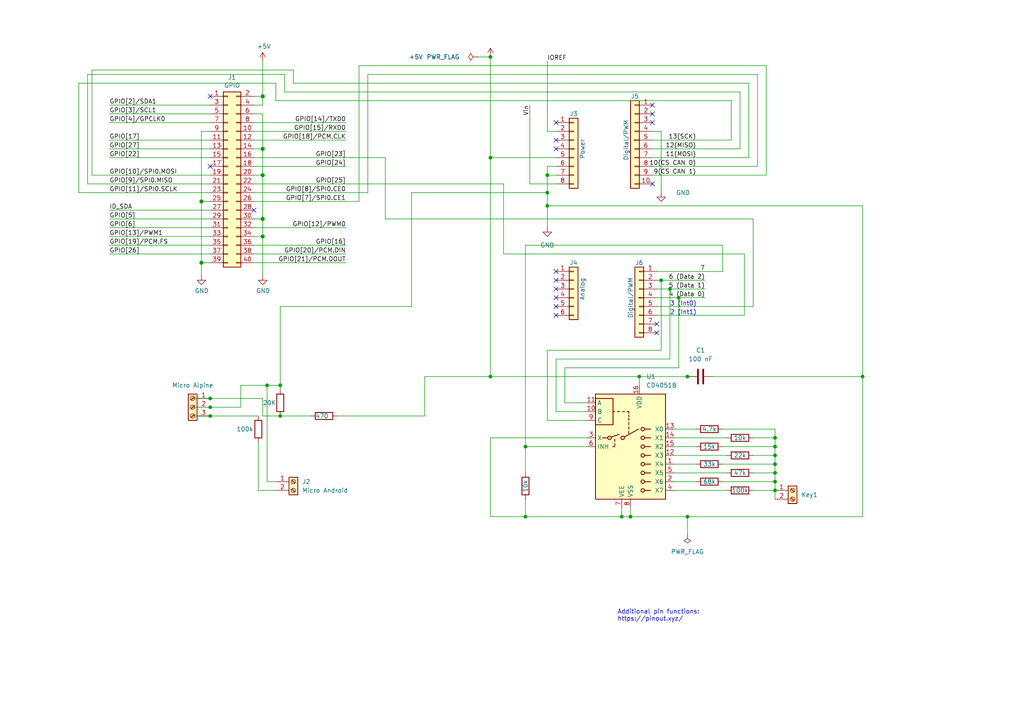
<source format=kicad_sch>
(kicad_sch (version 20211123) (generator eeschema)

  (uuid e63e39d7-6ac0-4ffd-8aa3-1841a4541b55)

  (paper "A4")

  (title_block
    (date "15 nov 2012")
  )

  (lib_symbols
    (symbol "Analog_Switch:CD4051B" (in_bom yes) (on_board yes)
      (property "Reference" "U" (id 0) (at -10.16 16.51 0)
        (effects (font (size 1.27 1.27)) (justify left))
      )
      (property "Value" "CD4051B" (id 1) (at 3.81 16.51 0)
        (effects (font (size 1.27 1.27)) (justify left))
      )
      (property "Footprint" "" (id 2) (at 3.81 -19.05 0)
        (effects (font (size 1.27 1.27)) (justify left) hide)
      )
      (property "Datasheet" "http://www.ti.com/lit/ds/symlink/cd4052b.pdf" (id 3) (at -0.508 2.54 0)
        (effects (font (size 1.27 1.27)) hide)
      )
      (property "ki_keywords" "analog switch selector multiplexer" (id 4) (at 0 0 0)
        (effects (font (size 1.27 1.27)) hide)
      )
      (property "ki_description" "CMOS single 8-channel analog multiplexer demultiplexer, TSSOP-16/DIP-16/SOIC-16" (id 5) (at 0 0 0)
        (effects (font (size 1.27 1.27)) hide)
      )
      (property "ki_fp_filters" "TSSOP*4.4x5mm*P0.65mm* DIP*W7.62* SOIC*3.9x9.9mm*P1.27mm* SO*5.3x10.2mm*P1.27mm*" (id 6) (at 0 0 0)
        (effects (font (size 1.27 1.27)) hide)
      )
      (symbol "CD4051B_0_1"
        (rectangle (start -10.16 6.35) (end -5.08 13.97)
          (stroke (width 0.254) (type default) (color 0 0 0 0))
          (fill (type none))
        )
        (rectangle (start -10.16 15.24) (end 10.16 -15.24)
          (stroke (width 0.254) (type default) (color 0 0 0 0))
          (fill (type background))
        )
        (circle (center -6.096 2.54) (radius 0.508)
          (stroke (width 0.254) (type default) (color 0 0 0 0))
          (fill (type none))
        )
        (circle (center -2.286 2.54) (radius 0.508)
          (stroke (width 0.254) (type default) (color 0 0 0 0))
          (fill (type none))
        )
        (polyline
          (pts
            (xy -8.128 2.54)
            (xy -6.604 2.54)
          )
          (stroke (width 0.254) (type default) (color 0 0 0 0))
          (fill (type none))
        )
        (polyline
          (pts
            (xy -5.588 2.794)
            (xy -3.302 3.556)
          )
          (stroke (width 0.254) (type default) (color 0 0 0 0))
          (fill (type none))
        )
        (polyline
          (pts
            (xy -4.572 0)
            (xy -5.207 0)
          )
          (stroke (width 0.254) (type default) (color 0 0 0 0))
          (fill (type none))
        )
        (polyline
          (pts
            (xy -4.572 0.254)
            (xy -4.572 0.889)
          )
          (stroke (width 0.254) (type default) (color 0 0 0 0))
          (fill (type none))
        )
        (polyline
          (pts
            (xy -4.572 1.524)
            (xy -4.572 2.159)
          )
          (stroke (width 0.254) (type default) (color 0 0 0 0))
          (fill (type none))
        )
        (polyline
          (pts
            (xy -4.572 10.16)
            (xy -5.08 10.16)
          )
          (stroke (width 0.254) (type default) (color 0 0 0 0))
          (fill (type none))
        )
        (polyline
          (pts
            (xy -3.81 10.16)
            (xy -3.175 10.16)
          )
          (stroke (width 0.254) (type default) (color 0 0 0 0))
          (fill (type none))
        )
        (polyline
          (pts
            (xy -1.778 2.794)
            (xy 2.286 5.08)
          )
          (stroke (width 0.254) (type default) (color 0 0 0 0))
          (fill (type none))
        )
        (polyline
          (pts
            (xy -1.778 10.16)
            (xy -2.286 10.16)
          )
          (stroke (width 0.254) (type default) (color 0 0 0 0))
          (fill (type none))
        )
        (polyline
          (pts
            (xy -0.508 3.81)
            (xy -0.508 4.445)
          )
          (stroke (width 0.254) (type default) (color 0 0 0 0))
          (fill (type none))
        )
        (polyline
          (pts
            (xy -0.508 5.08)
            (xy -0.508 5.715)
          )
          (stroke (width 0.254) (type default) (color 0 0 0 0))
          (fill (type none))
        )
        (polyline
          (pts
            (xy -0.508 6.35)
            (xy -0.508 6.985)
          )
          (stroke (width 0.254) (type default) (color 0 0 0 0))
          (fill (type none))
        )
        (polyline
          (pts
            (xy -0.508 7.62)
            (xy -0.508 8.255)
          )
          (stroke (width 0.254) (type default) (color 0 0 0 0))
          (fill (type none))
        )
        (polyline
          (pts
            (xy -0.508 8.636)
            (xy -0.508 9.144)
          )
          (stroke (width 0.254) (type default) (color 0 0 0 0))
          (fill (type none))
        )
        (polyline
          (pts
            (xy -0.508 9.652)
            (xy -0.508 10.16)
          )
          (stroke (width 0.254) (type default) (color 0 0 0 0))
          (fill (type none))
        )
        (polyline
          (pts
            (xy -0.508 10.16)
            (xy -1.016 10.16)
          )
          (stroke (width 0.254) (type default) (color 0 0 0 0))
          (fill (type none))
        )
        (polyline
          (pts
            (xy 4.064 -12.7)
            (xy 5.842 -12.7)
          )
          (stroke (width 0.254) (type default) (color 0 0 0 0))
          (fill (type none))
        )
        (polyline
          (pts
            (xy 4.064 -10.16)
            (xy 5.842 -10.16)
          )
          (stroke (width 0.254) (type default) (color 0 0 0 0))
          (fill (type none))
        )
        (polyline
          (pts
            (xy 4.064 -7.62)
            (xy 5.842 -7.62)
          )
          (stroke (width 0.254) (type default) (color 0 0 0 0))
          (fill (type none))
        )
        (polyline
          (pts
            (xy 4.064 -5.08)
            (xy 5.842 -5.08)
          )
          (stroke (width 0.254) (type default) (color 0 0 0 0))
          (fill (type none))
        )
        (polyline
          (pts
            (xy 4.064 -2.54)
            (xy 5.842 -2.54)
          )
          (stroke (width 0.254) (type default) (color 0 0 0 0))
          (fill (type none))
        )
        (polyline
          (pts
            (xy 4.064 0)
            (xy 5.842 0)
          )
          (stroke (width 0.254) (type default) (color 0 0 0 0))
          (fill (type none))
        )
        (polyline
          (pts
            (xy 4.064 2.54)
            (xy 5.842 2.54)
          )
          (stroke (width 0.254) (type default) (color 0 0 0 0))
          (fill (type none))
        )
        (polyline
          (pts
            (xy 4.064 5.08)
            (xy 5.842 5.08)
          )
          (stroke (width 0.254) (type default) (color 0 0 0 0))
          (fill (type none))
        )
        (circle (center 3.556 -12.7) (radius 0.508)
          (stroke (width 0.254) (type default) (color 0 0 0 0))
          (fill (type none))
        )
        (circle (center 3.556 -10.16) (radius 0.508)
          (stroke (width 0.254) (type default) (color 0 0 0 0))
          (fill (type none))
        )
        (circle (center 3.556 -7.62) (radius 0.508)
          (stroke (width 0.254) (type default) (color 0 0 0 0))
          (fill (type none))
        )
        (circle (center 3.556 -5.08) (radius 0.508)
          (stroke (width 0.254) (type default) (color 0 0 0 0))
          (fill (type none))
        )
        (circle (center 3.556 -2.54) (radius 0.508)
          (stroke (width 0.254) (type default) (color 0 0 0 0))
          (fill (type none))
        )
        (circle (center 3.556 0) (radius 0.508)
          (stroke (width 0.254) (type default) (color 0 0 0 0))
          (fill (type none))
        )
        (circle (center 3.556 2.54) (radius 0.508)
          (stroke (width 0.254) (type default) (color 0 0 0 0))
          (fill (type none))
        )
        (circle (center 3.556 5.08) (radius 0.508)
          (stroke (width 0.254) (type default) (color 0 0 0 0))
          (fill (type none))
        )
      )
      (symbol "CD4051B_1_1"
        (pin bidirectional line (at 12.7 -5.08 180) (length 2.54)
          (name "X4" (effects (font (size 1.27 1.27))))
          (number "1" (effects (font (size 1.27 1.27))))
        )
        (pin input line (at -12.7 10.16 0) (length 2.54)
          (name "B" (effects (font (size 1.27 1.27))))
          (number "10" (effects (font (size 1.27 1.27))))
        )
        (pin input line (at -12.7 12.7 0) (length 2.54)
          (name "A" (effects (font (size 1.27 1.27))))
          (number "11" (effects (font (size 1.27 1.27))))
        )
        (pin bidirectional line (at 12.7 -2.54 180) (length 2.54)
          (name "X3" (effects (font (size 1.27 1.27))))
          (number "12" (effects (font (size 1.27 1.27))))
        )
        (pin bidirectional line (at 12.7 5.08 180) (length 2.54)
          (name "X0" (effects (font (size 1.27 1.27))))
          (number "13" (effects (font (size 1.27 1.27))))
        )
        (pin bidirectional line (at 12.7 2.54 180) (length 2.54)
          (name "X1" (effects (font (size 1.27 1.27))))
          (number "14" (effects (font (size 1.27 1.27))))
        )
        (pin bidirectional line (at 12.7 0 180) (length 2.54)
          (name "X2" (effects (font (size 1.27 1.27))))
          (number "15" (effects (font (size 1.27 1.27))))
        )
        (pin power_in line (at 2.54 17.78 270) (length 2.54)
          (name "VDD" (effects (font (size 1.27 1.27))))
          (number "16" (effects (font (size 1.27 1.27))))
        )
        (pin bidirectional line (at 12.7 -10.16 180) (length 2.54)
          (name "X6" (effects (font (size 1.27 1.27))))
          (number "2" (effects (font (size 1.27 1.27))))
        )
        (pin bidirectional line (at -12.7 2.54 0) (length 2.54)
          (name "X" (effects (font (size 1.27 1.27))))
          (number "3" (effects (font (size 1.27 1.27))))
        )
        (pin bidirectional line (at 12.7 -12.7 180) (length 2.54)
          (name "X7" (effects (font (size 1.27 1.27))))
          (number "4" (effects (font (size 1.27 1.27))))
        )
        (pin bidirectional line (at 12.7 -7.62 180) (length 2.54)
          (name "X5" (effects (font (size 1.27 1.27))))
          (number "5" (effects (font (size 1.27 1.27))))
        )
        (pin input line (at -12.7 0 0) (length 2.54)
          (name "INH" (effects (font (size 1.27 1.27))))
          (number "6" (effects (font (size 1.27 1.27))))
        )
        (pin power_in line (at -2.54 -17.78 90) (length 2.54)
          (name "VEE" (effects (font (size 1.27 1.27))))
          (number "7" (effects (font (size 1.27 1.27))))
        )
        (pin power_in line (at 0 -17.78 90) (length 2.54)
          (name "VSS" (effects (font (size 1.27 1.27))))
          (number "8" (effects (font (size 1.27 1.27))))
        )
        (pin input line (at -12.7 7.62 0) (length 2.54)
          (name "C" (effects (font (size 1.27 1.27))))
          (number "9" (effects (font (size 1.27 1.27))))
        )
      )
    )
    (symbol "Connector:Screw_Terminal_01x02" (pin_names (offset 1.016) hide) (in_bom yes) (on_board yes)
      (property "Reference" "J" (id 0) (at 0 2.54 0)
        (effects (font (size 1.27 1.27)))
      )
      (property "Value" "Screw_Terminal_01x02" (id 1) (at 0 -5.08 0)
        (effects (font (size 1.27 1.27)))
      )
      (property "Footprint" "" (id 2) (at 0 0 0)
        (effects (font (size 1.27 1.27)) hide)
      )
      (property "Datasheet" "~" (id 3) (at 0 0 0)
        (effects (font (size 1.27 1.27)) hide)
      )
      (property "ki_keywords" "screw terminal" (id 4) (at 0 0 0)
        (effects (font (size 1.27 1.27)) hide)
      )
      (property "ki_description" "Generic screw terminal, single row, 01x02, script generated (kicad-library-utils/schlib/autogen/connector/)" (id 5) (at 0 0 0)
        (effects (font (size 1.27 1.27)) hide)
      )
      (property "ki_fp_filters" "TerminalBlock*:*" (id 6) (at 0 0 0)
        (effects (font (size 1.27 1.27)) hide)
      )
      (symbol "Screw_Terminal_01x02_1_1"
        (rectangle (start -1.27 1.27) (end 1.27 -3.81)
          (stroke (width 0.254) (type default) (color 0 0 0 0))
          (fill (type background))
        )
        (circle (center 0 -2.54) (radius 0.635)
          (stroke (width 0.1524) (type default) (color 0 0 0 0))
          (fill (type none))
        )
        (polyline
          (pts
            (xy -0.5334 -2.2098)
            (xy 0.3302 -3.048)
          )
          (stroke (width 0.1524) (type default) (color 0 0 0 0))
          (fill (type none))
        )
        (polyline
          (pts
            (xy -0.5334 0.3302)
            (xy 0.3302 -0.508)
          )
          (stroke (width 0.1524) (type default) (color 0 0 0 0))
          (fill (type none))
        )
        (polyline
          (pts
            (xy -0.3556 -2.032)
            (xy 0.508 -2.8702)
          )
          (stroke (width 0.1524) (type default) (color 0 0 0 0))
          (fill (type none))
        )
        (polyline
          (pts
            (xy -0.3556 0.508)
            (xy 0.508 -0.3302)
          )
          (stroke (width 0.1524) (type default) (color 0 0 0 0))
          (fill (type none))
        )
        (circle (center 0 0) (radius 0.635)
          (stroke (width 0.1524) (type default) (color 0 0 0 0))
          (fill (type none))
        )
        (pin passive line (at -5.08 0 0) (length 3.81)
          (name "Pin_1" (effects (font (size 1.27 1.27))))
          (number "1" (effects (font (size 1.27 1.27))))
        )
        (pin passive line (at -5.08 -2.54 0) (length 3.81)
          (name "Pin_2" (effects (font (size 1.27 1.27))))
          (number "2" (effects (font (size 1.27 1.27))))
        )
      )
    )
    (symbol "Connector:Screw_Terminal_01x03" (pin_names (offset 1.016) hide) (in_bom yes) (on_board yes)
      (property "Reference" "J" (id 0) (at 0 5.08 0)
        (effects (font (size 1.27 1.27)))
      )
      (property "Value" "Screw_Terminal_01x03" (id 1) (at 0 -5.08 0)
        (effects (font (size 1.27 1.27)))
      )
      (property "Footprint" "" (id 2) (at 0 0 0)
        (effects (font (size 1.27 1.27)) hide)
      )
      (property "Datasheet" "~" (id 3) (at 0 0 0)
        (effects (font (size 1.27 1.27)) hide)
      )
      (property "ki_keywords" "screw terminal" (id 4) (at 0 0 0)
        (effects (font (size 1.27 1.27)) hide)
      )
      (property "ki_description" "Generic screw terminal, single row, 01x03, script generated (kicad-library-utils/schlib/autogen/connector/)" (id 5) (at 0 0 0)
        (effects (font (size 1.27 1.27)) hide)
      )
      (property "ki_fp_filters" "TerminalBlock*:*" (id 6) (at 0 0 0)
        (effects (font (size 1.27 1.27)) hide)
      )
      (symbol "Screw_Terminal_01x03_1_1"
        (rectangle (start -1.27 3.81) (end 1.27 -3.81)
          (stroke (width 0.254) (type default) (color 0 0 0 0))
          (fill (type background))
        )
        (circle (center 0 -2.54) (radius 0.635)
          (stroke (width 0.1524) (type default) (color 0 0 0 0))
          (fill (type none))
        )
        (polyline
          (pts
            (xy -0.5334 -2.2098)
            (xy 0.3302 -3.048)
          )
          (stroke (width 0.1524) (type default) (color 0 0 0 0))
          (fill (type none))
        )
        (polyline
          (pts
            (xy -0.5334 0.3302)
            (xy 0.3302 -0.508)
          )
          (stroke (width 0.1524) (type default) (color 0 0 0 0))
          (fill (type none))
        )
        (polyline
          (pts
            (xy -0.5334 2.8702)
            (xy 0.3302 2.032)
          )
          (stroke (width 0.1524) (type default) (color 0 0 0 0))
          (fill (type none))
        )
        (polyline
          (pts
            (xy -0.3556 -2.032)
            (xy 0.508 -2.8702)
          )
          (stroke (width 0.1524) (type default) (color 0 0 0 0))
          (fill (type none))
        )
        (polyline
          (pts
            (xy -0.3556 0.508)
            (xy 0.508 -0.3302)
          )
          (stroke (width 0.1524) (type default) (color 0 0 0 0))
          (fill (type none))
        )
        (polyline
          (pts
            (xy -0.3556 3.048)
            (xy 0.508 2.2098)
          )
          (stroke (width 0.1524) (type default) (color 0 0 0 0))
          (fill (type none))
        )
        (circle (center 0 0) (radius 0.635)
          (stroke (width 0.1524) (type default) (color 0 0 0 0))
          (fill (type none))
        )
        (circle (center 0 2.54) (radius 0.635)
          (stroke (width 0.1524) (type default) (color 0 0 0 0))
          (fill (type none))
        )
        (pin passive line (at -5.08 2.54 0) (length 3.81)
          (name "Pin_1" (effects (font (size 1.27 1.27))))
          (number "1" (effects (font (size 1.27 1.27))))
        )
        (pin passive line (at -5.08 0 0) (length 3.81)
          (name "Pin_2" (effects (font (size 1.27 1.27))))
          (number "2" (effects (font (size 1.27 1.27))))
        )
        (pin passive line (at -5.08 -2.54 0) (length 3.81)
          (name "Pin_3" (effects (font (size 1.27 1.27))))
          (number "3" (effects (font (size 1.27 1.27))))
        )
      )
    )
    (symbol "Connector_Generic:Conn_01x06" (pin_names (offset 1.016) hide) (in_bom yes) (on_board yes)
      (property "Reference" "J" (id 0) (at 0 7.62 0)
        (effects (font (size 1.27 1.27)))
      )
      (property "Value" "Conn_01x06" (id 1) (at 0 -10.16 0)
        (effects (font (size 1.27 1.27)))
      )
      (property "Footprint" "" (id 2) (at 0 0 0)
        (effects (font (size 1.27 1.27)) hide)
      )
      (property "Datasheet" "~" (id 3) (at 0 0 0)
        (effects (font (size 1.27 1.27)) hide)
      )
      (property "ki_keywords" "connector" (id 4) (at 0 0 0)
        (effects (font (size 1.27 1.27)) hide)
      )
      (property "ki_description" "Generic connector, single row, 01x06, script generated (kicad-library-utils/schlib/autogen/connector/)" (id 5) (at 0 0 0)
        (effects (font (size 1.27 1.27)) hide)
      )
      (property "ki_fp_filters" "Connector*:*_1x??_*" (id 6) (at 0 0 0)
        (effects (font (size 1.27 1.27)) hide)
      )
      (symbol "Conn_01x06_1_1"
        (rectangle (start -1.27 -7.493) (end 0 -7.747)
          (stroke (width 0.1524) (type default) (color 0 0 0 0))
          (fill (type none))
        )
        (rectangle (start -1.27 -4.953) (end 0 -5.207)
          (stroke (width 0.1524) (type default) (color 0 0 0 0))
          (fill (type none))
        )
        (rectangle (start -1.27 -2.413) (end 0 -2.667)
          (stroke (width 0.1524) (type default) (color 0 0 0 0))
          (fill (type none))
        )
        (rectangle (start -1.27 0.127) (end 0 -0.127)
          (stroke (width 0.1524) (type default) (color 0 0 0 0))
          (fill (type none))
        )
        (rectangle (start -1.27 2.667) (end 0 2.413)
          (stroke (width 0.1524) (type default) (color 0 0 0 0))
          (fill (type none))
        )
        (rectangle (start -1.27 5.207) (end 0 4.953)
          (stroke (width 0.1524) (type default) (color 0 0 0 0))
          (fill (type none))
        )
        (rectangle (start -1.27 6.35) (end 1.27 -8.89)
          (stroke (width 0.254) (type default) (color 0 0 0 0))
          (fill (type background))
        )
        (pin passive line (at -5.08 5.08 0) (length 3.81)
          (name "Pin_1" (effects (font (size 1.27 1.27))))
          (number "1" (effects (font (size 1.27 1.27))))
        )
        (pin passive line (at -5.08 2.54 0) (length 3.81)
          (name "Pin_2" (effects (font (size 1.27 1.27))))
          (number "2" (effects (font (size 1.27 1.27))))
        )
        (pin passive line (at -5.08 0 0) (length 3.81)
          (name "Pin_3" (effects (font (size 1.27 1.27))))
          (number "3" (effects (font (size 1.27 1.27))))
        )
        (pin passive line (at -5.08 -2.54 0) (length 3.81)
          (name "Pin_4" (effects (font (size 1.27 1.27))))
          (number "4" (effects (font (size 1.27 1.27))))
        )
        (pin passive line (at -5.08 -5.08 0) (length 3.81)
          (name "Pin_5" (effects (font (size 1.27 1.27))))
          (number "5" (effects (font (size 1.27 1.27))))
        )
        (pin passive line (at -5.08 -7.62 0) (length 3.81)
          (name "Pin_6" (effects (font (size 1.27 1.27))))
          (number "6" (effects (font (size 1.27 1.27))))
        )
      )
    )
    (symbol "Connector_Generic:Conn_01x08" (pin_names (offset 1.016) hide) (in_bom yes) (on_board yes)
      (property "Reference" "J" (id 0) (at 0 10.16 0)
        (effects (font (size 1.27 1.27)))
      )
      (property "Value" "Conn_01x08" (id 1) (at 0 -12.7 0)
        (effects (font (size 1.27 1.27)))
      )
      (property "Footprint" "" (id 2) (at 0 0 0)
        (effects (font (size 1.27 1.27)) hide)
      )
      (property "Datasheet" "~" (id 3) (at 0 0 0)
        (effects (font (size 1.27 1.27)) hide)
      )
      (property "ki_keywords" "connector" (id 4) (at 0 0 0)
        (effects (font (size 1.27 1.27)) hide)
      )
      (property "ki_description" "Generic connector, single row, 01x08, script generated (kicad-library-utils/schlib/autogen/connector/)" (id 5) (at 0 0 0)
        (effects (font (size 1.27 1.27)) hide)
      )
      (property "ki_fp_filters" "Connector*:*_1x??_*" (id 6) (at 0 0 0)
        (effects (font (size 1.27 1.27)) hide)
      )
      (symbol "Conn_01x08_1_1"
        (rectangle (start -1.27 -10.033) (end 0 -10.287)
          (stroke (width 0.1524) (type default) (color 0 0 0 0))
          (fill (type none))
        )
        (rectangle (start -1.27 -7.493) (end 0 -7.747)
          (stroke (width 0.1524) (type default) (color 0 0 0 0))
          (fill (type none))
        )
        (rectangle (start -1.27 -4.953) (end 0 -5.207)
          (stroke (width 0.1524) (type default) (color 0 0 0 0))
          (fill (type none))
        )
        (rectangle (start -1.27 -2.413) (end 0 -2.667)
          (stroke (width 0.1524) (type default) (color 0 0 0 0))
          (fill (type none))
        )
        (rectangle (start -1.27 0.127) (end 0 -0.127)
          (stroke (width 0.1524) (type default) (color 0 0 0 0))
          (fill (type none))
        )
        (rectangle (start -1.27 2.667) (end 0 2.413)
          (stroke (width 0.1524) (type default) (color 0 0 0 0))
          (fill (type none))
        )
        (rectangle (start -1.27 5.207) (end 0 4.953)
          (stroke (width 0.1524) (type default) (color 0 0 0 0))
          (fill (type none))
        )
        (rectangle (start -1.27 7.747) (end 0 7.493)
          (stroke (width 0.1524) (type default) (color 0 0 0 0))
          (fill (type none))
        )
        (rectangle (start -1.27 8.89) (end 1.27 -11.43)
          (stroke (width 0.254) (type default) (color 0 0 0 0))
          (fill (type background))
        )
        (pin passive line (at -5.08 7.62 0) (length 3.81)
          (name "Pin_1" (effects (font (size 1.27 1.27))))
          (number "1" (effects (font (size 1.27 1.27))))
        )
        (pin passive line (at -5.08 5.08 0) (length 3.81)
          (name "Pin_2" (effects (font (size 1.27 1.27))))
          (number "2" (effects (font (size 1.27 1.27))))
        )
        (pin passive line (at -5.08 2.54 0) (length 3.81)
          (name "Pin_3" (effects (font (size 1.27 1.27))))
          (number "3" (effects (font (size 1.27 1.27))))
        )
        (pin passive line (at -5.08 0 0) (length 3.81)
          (name "Pin_4" (effects (font (size 1.27 1.27))))
          (number "4" (effects (font (size 1.27 1.27))))
        )
        (pin passive line (at -5.08 -2.54 0) (length 3.81)
          (name "Pin_5" (effects (font (size 1.27 1.27))))
          (number "5" (effects (font (size 1.27 1.27))))
        )
        (pin passive line (at -5.08 -5.08 0) (length 3.81)
          (name "Pin_6" (effects (font (size 1.27 1.27))))
          (number "6" (effects (font (size 1.27 1.27))))
        )
        (pin passive line (at -5.08 -7.62 0) (length 3.81)
          (name "Pin_7" (effects (font (size 1.27 1.27))))
          (number "7" (effects (font (size 1.27 1.27))))
        )
        (pin passive line (at -5.08 -10.16 0) (length 3.81)
          (name "Pin_8" (effects (font (size 1.27 1.27))))
          (number "8" (effects (font (size 1.27 1.27))))
        )
      )
    )
    (symbol "Connector_Generic:Conn_01x10" (pin_names (offset 1.016) hide) (in_bom yes) (on_board yes)
      (property "Reference" "J" (id 0) (at 0 12.7 0)
        (effects (font (size 1.27 1.27)))
      )
      (property "Value" "Conn_01x10" (id 1) (at 0 -15.24 0)
        (effects (font (size 1.27 1.27)))
      )
      (property "Footprint" "" (id 2) (at 0 0 0)
        (effects (font (size 1.27 1.27)) hide)
      )
      (property "Datasheet" "~" (id 3) (at 0 0 0)
        (effects (font (size 1.27 1.27)) hide)
      )
      (property "ki_keywords" "connector" (id 4) (at 0 0 0)
        (effects (font (size 1.27 1.27)) hide)
      )
      (property "ki_description" "Generic connector, single row, 01x10, script generated (kicad-library-utils/schlib/autogen/connector/)" (id 5) (at 0 0 0)
        (effects (font (size 1.27 1.27)) hide)
      )
      (property "ki_fp_filters" "Connector*:*_1x??_*" (id 6) (at 0 0 0)
        (effects (font (size 1.27 1.27)) hide)
      )
      (symbol "Conn_01x10_1_1"
        (rectangle (start -1.27 -12.573) (end 0 -12.827)
          (stroke (width 0.1524) (type default) (color 0 0 0 0))
          (fill (type none))
        )
        (rectangle (start -1.27 -10.033) (end 0 -10.287)
          (stroke (width 0.1524) (type default) (color 0 0 0 0))
          (fill (type none))
        )
        (rectangle (start -1.27 -7.493) (end 0 -7.747)
          (stroke (width 0.1524) (type default) (color 0 0 0 0))
          (fill (type none))
        )
        (rectangle (start -1.27 -4.953) (end 0 -5.207)
          (stroke (width 0.1524) (type default) (color 0 0 0 0))
          (fill (type none))
        )
        (rectangle (start -1.27 -2.413) (end 0 -2.667)
          (stroke (width 0.1524) (type default) (color 0 0 0 0))
          (fill (type none))
        )
        (rectangle (start -1.27 0.127) (end 0 -0.127)
          (stroke (width 0.1524) (type default) (color 0 0 0 0))
          (fill (type none))
        )
        (rectangle (start -1.27 2.667) (end 0 2.413)
          (stroke (width 0.1524) (type default) (color 0 0 0 0))
          (fill (type none))
        )
        (rectangle (start -1.27 5.207) (end 0 4.953)
          (stroke (width 0.1524) (type default) (color 0 0 0 0))
          (fill (type none))
        )
        (rectangle (start -1.27 7.747) (end 0 7.493)
          (stroke (width 0.1524) (type default) (color 0 0 0 0))
          (fill (type none))
        )
        (rectangle (start -1.27 10.287) (end 0 10.033)
          (stroke (width 0.1524) (type default) (color 0 0 0 0))
          (fill (type none))
        )
        (rectangle (start -1.27 11.43) (end 1.27 -13.97)
          (stroke (width 0.254) (type default) (color 0 0 0 0))
          (fill (type background))
        )
        (pin passive line (at -5.08 10.16 0) (length 3.81)
          (name "Pin_1" (effects (font (size 1.27 1.27))))
          (number "1" (effects (font (size 1.27 1.27))))
        )
        (pin passive line (at -5.08 -12.7 0) (length 3.81)
          (name "Pin_10" (effects (font (size 1.27 1.27))))
          (number "10" (effects (font (size 1.27 1.27))))
        )
        (pin passive line (at -5.08 7.62 0) (length 3.81)
          (name "Pin_2" (effects (font (size 1.27 1.27))))
          (number "2" (effects (font (size 1.27 1.27))))
        )
        (pin passive line (at -5.08 5.08 0) (length 3.81)
          (name "Pin_3" (effects (font (size 1.27 1.27))))
          (number "3" (effects (font (size 1.27 1.27))))
        )
        (pin passive line (at -5.08 2.54 0) (length 3.81)
          (name "Pin_4" (effects (font (size 1.27 1.27))))
          (number "4" (effects (font (size 1.27 1.27))))
        )
        (pin passive line (at -5.08 0 0) (length 3.81)
          (name "Pin_5" (effects (font (size 1.27 1.27))))
          (number "5" (effects (font (size 1.27 1.27))))
        )
        (pin passive line (at -5.08 -2.54 0) (length 3.81)
          (name "Pin_6" (effects (font (size 1.27 1.27))))
          (number "6" (effects (font (size 1.27 1.27))))
        )
        (pin passive line (at -5.08 -5.08 0) (length 3.81)
          (name "Pin_7" (effects (font (size 1.27 1.27))))
          (number "7" (effects (font (size 1.27 1.27))))
        )
        (pin passive line (at -5.08 -7.62 0) (length 3.81)
          (name "Pin_8" (effects (font (size 1.27 1.27))))
          (number "8" (effects (font (size 1.27 1.27))))
        )
        (pin passive line (at -5.08 -10.16 0) (length 3.81)
          (name "Pin_9" (effects (font (size 1.27 1.27))))
          (number "9" (effects (font (size 1.27 1.27))))
        )
      )
    )
    (symbol "Connector_Generic:Conn_02x20_Odd_Even" (pin_names (offset 1.016) hide) (in_bom yes) (on_board yes)
      (property "Reference" "J" (id 0) (at 1.27 25.4 0)
        (effects (font (size 1.27 1.27)))
      )
      (property "Value" "Conn_02x20_Odd_Even" (id 1) (at 1.27 -27.94 0)
        (effects (font (size 1.27 1.27)))
      )
      (property "Footprint" "" (id 2) (at 0 0 0)
        (effects (font (size 1.27 1.27)) hide)
      )
      (property "Datasheet" "~" (id 3) (at 0 0 0)
        (effects (font (size 1.27 1.27)) hide)
      )
      (property "ki_keywords" "connector" (id 4) (at 0 0 0)
        (effects (font (size 1.27 1.27)) hide)
      )
      (property "ki_description" "Generic connector, double row, 02x20, odd/even pin numbering scheme (row 1 odd numbers, row 2 even numbers), script generated (kicad-library-utils/schlib/autogen/connector/)" (id 5) (at 0 0 0)
        (effects (font (size 1.27 1.27)) hide)
      )
      (property "ki_fp_filters" "Connector*:*_2x??_*" (id 6) (at 0 0 0)
        (effects (font (size 1.27 1.27)) hide)
      )
      (symbol "Conn_02x20_Odd_Even_1_1"
        (rectangle (start -1.27 -25.273) (end 0 -25.527)
          (stroke (width 0.1524) (type default) (color 0 0 0 0))
          (fill (type none))
        )
        (rectangle (start -1.27 -22.733) (end 0 -22.987)
          (stroke (width 0.1524) (type default) (color 0 0 0 0))
          (fill (type none))
        )
        (rectangle (start -1.27 -20.193) (end 0 -20.447)
          (stroke (width 0.1524) (type default) (color 0 0 0 0))
          (fill (type none))
        )
        (rectangle (start -1.27 -17.653) (end 0 -17.907)
          (stroke (width 0.1524) (type default) (color 0 0 0 0))
          (fill (type none))
        )
        (rectangle (start -1.27 -15.113) (end 0 -15.367)
          (stroke (width 0.1524) (type default) (color 0 0 0 0))
          (fill (type none))
        )
        (rectangle (start -1.27 -12.573) (end 0 -12.827)
          (stroke (width 0.1524) (type default) (color 0 0 0 0))
          (fill (type none))
        )
        (rectangle (start -1.27 -10.033) (end 0 -10.287)
          (stroke (width 0.1524) (type default) (color 0 0 0 0))
          (fill (type none))
        )
        (rectangle (start -1.27 -7.493) (end 0 -7.747)
          (stroke (width 0.1524) (type default) (color 0 0 0 0))
          (fill (type none))
        )
        (rectangle (start -1.27 -4.953) (end 0 -5.207)
          (stroke (width 0.1524) (type default) (color 0 0 0 0))
          (fill (type none))
        )
        (rectangle (start -1.27 -2.413) (end 0 -2.667)
          (stroke (width 0.1524) (type default) (color 0 0 0 0))
          (fill (type none))
        )
        (rectangle (start -1.27 0.127) (end 0 -0.127)
          (stroke (width 0.1524) (type default) (color 0 0 0 0))
          (fill (type none))
        )
        (rectangle (start -1.27 2.667) (end 0 2.413)
          (stroke (width 0.1524) (type default) (color 0 0 0 0))
          (fill (type none))
        )
        (rectangle (start -1.27 5.207) (end 0 4.953)
          (stroke (width 0.1524) (type default) (color 0 0 0 0))
          (fill (type none))
        )
        (rectangle (start -1.27 7.747) (end 0 7.493)
          (stroke (width 0.1524) (type default) (color 0 0 0 0))
          (fill (type none))
        )
        (rectangle (start -1.27 10.287) (end 0 10.033)
          (stroke (width 0.1524) (type default) (color 0 0 0 0))
          (fill (type none))
        )
        (rectangle (start -1.27 12.827) (end 0 12.573)
          (stroke (width 0.1524) (type default) (color 0 0 0 0))
          (fill (type none))
        )
        (rectangle (start -1.27 15.367) (end 0 15.113)
          (stroke (width 0.1524) (type default) (color 0 0 0 0))
          (fill (type none))
        )
        (rectangle (start -1.27 17.907) (end 0 17.653)
          (stroke (width 0.1524) (type default) (color 0 0 0 0))
          (fill (type none))
        )
        (rectangle (start -1.27 20.447) (end 0 20.193)
          (stroke (width 0.1524) (type default) (color 0 0 0 0))
          (fill (type none))
        )
        (rectangle (start -1.27 22.987) (end 0 22.733)
          (stroke (width 0.1524) (type default) (color 0 0 0 0))
          (fill (type none))
        )
        (rectangle (start -1.27 24.13) (end 3.81 -26.67)
          (stroke (width 0.254) (type default) (color 0 0 0 0))
          (fill (type background))
        )
        (rectangle (start 3.81 -25.273) (end 2.54 -25.527)
          (stroke (width 0.1524) (type default) (color 0 0 0 0))
          (fill (type none))
        )
        (rectangle (start 3.81 -22.733) (end 2.54 -22.987)
          (stroke (width 0.1524) (type default) (color 0 0 0 0))
          (fill (type none))
        )
        (rectangle (start 3.81 -20.193) (end 2.54 -20.447)
          (stroke (width 0.1524) (type default) (color 0 0 0 0))
          (fill (type none))
        )
        (rectangle (start 3.81 -17.653) (end 2.54 -17.907)
          (stroke (width 0.1524) (type default) (color 0 0 0 0))
          (fill (type none))
        )
        (rectangle (start 3.81 -15.113) (end 2.54 -15.367)
          (stroke (width 0.1524) (type default) (color 0 0 0 0))
          (fill (type none))
        )
        (rectangle (start 3.81 -12.573) (end 2.54 -12.827)
          (stroke (width 0.1524) (type default) (color 0 0 0 0))
          (fill (type none))
        )
        (rectangle (start 3.81 -10.033) (end 2.54 -10.287)
          (stroke (width 0.1524) (type default) (color 0 0 0 0))
          (fill (type none))
        )
        (rectangle (start 3.81 -7.493) (end 2.54 -7.747)
          (stroke (width 0.1524) (type default) (color 0 0 0 0))
          (fill (type none))
        )
        (rectangle (start 3.81 -4.953) (end 2.54 -5.207)
          (stroke (width 0.1524) (type default) (color 0 0 0 0))
          (fill (type none))
        )
        (rectangle (start 3.81 -2.413) (end 2.54 -2.667)
          (stroke (width 0.1524) (type default) (color 0 0 0 0))
          (fill (type none))
        )
        (rectangle (start 3.81 0.127) (end 2.54 -0.127)
          (stroke (width 0.1524) (type default) (color 0 0 0 0))
          (fill (type none))
        )
        (rectangle (start 3.81 2.667) (end 2.54 2.413)
          (stroke (width 0.1524) (type default) (color 0 0 0 0))
          (fill (type none))
        )
        (rectangle (start 3.81 5.207) (end 2.54 4.953)
          (stroke (width 0.1524) (type default) (color 0 0 0 0))
          (fill (type none))
        )
        (rectangle (start 3.81 7.747) (end 2.54 7.493)
          (stroke (width 0.1524) (type default) (color 0 0 0 0))
          (fill (type none))
        )
        (rectangle (start 3.81 10.287) (end 2.54 10.033)
          (stroke (width 0.1524) (type default) (color 0 0 0 0))
          (fill (type none))
        )
        (rectangle (start 3.81 12.827) (end 2.54 12.573)
          (stroke (width 0.1524) (type default) (color 0 0 0 0))
          (fill (type none))
        )
        (rectangle (start 3.81 15.367) (end 2.54 15.113)
          (stroke (width 0.1524) (type default) (color 0 0 0 0))
          (fill (type none))
        )
        (rectangle (start 3.81 17.907) (end 2.54 17.653)
          (stroke (width 0.1524) (type default) (color 0 0 0 0))
          (fill (type none))
        )
        (rectangle (start 3.81 20.447) (end 2.54 20.193)
          (stroke (width 0.1524) (type default) (color 0 0 0 0))
          (fill (type none))
        )
        (rectangle (start 3.81 22.987) (end 2.54 22.733)
          (stroke (width 0.1524) (type default) (color 0 0 0 0))
          (fill (type none))
        )
        (pin passive line (at -5.08 22.86 0) (length 3.81)
          (name "Pin_1" (effects (font (size 1.27 1.27))))
          (number "1" (effects (font (size 1.27 1.27))))
        )
        (pin passive line (at 7.62 12.7 180) (length 3.81)
          (name "Pin_10" (effects (font (size 1.27 1.27))))
          (number "10" (effects (font (size 1.27 1.27))))
        )
        (pin passive line (at -5.08 10.16 0) (length 3.81)
          (name "Pin_11" (effects (font (size 1.27 1.27))))
          (number "11" (effects (font (size 1.27 1.27))))
        )
        (pin passive line (at 7.62 10.16 180) (length 3.81)
          (name "Pin_12" (effects (font (size 1.27 1.27))))
          (number "12" (effects (font (size 1.27 1.27))))
        )
        (pin passive line (at -5.08 7.62 0) (length 3.81)
          (name "Pin_13" (effects (font (size 1.27 1.27))))
          (number "13" (effects (font (size 1.27 1.27))))
        )
        (pin passive line (at 7.62 7.62 180) (length 3.81)
          (name "Pin_14" (effects (font (size 1.27 1.27))))
          (number "14" (effects (font (size 1.27 1.27))))
        )
        (pin passive line (at -5.08 5.08 0) (length 3.81)
          (name "Pin_15" (effects (font (size 1.27 1.27))))
          (number "15" (effects (font (size 1.27 1.27))))
        )
        (pin passive line (at 7.62 5.08 180) (length 3.81)
          (name "Pin_16" (effects (font (size 1.27 1.27))))
          (number "16" (effects (font (size 1.27 1.27))))
        )
        (pin passive line (at -5.08 2.54 0) (length 3.81)
          (name "Pin_17" (effects (font (size 1.27 1.27))))
          (number "17" (effects (font (size 1.27 1.27))))
        )
        (pin passive line (at 7.62 2.54 180) (length 3.81)
          (name "Pin_18" (effects (font (size 1.27 1.27))))
          (number "18" (effects (font (size 1.27 1.27))))
        )
        (pin passive line (at -5.08 0 0) (length 3.81)
          (name "Pin_19" (effects (font (size 1.27 1.27))))
          (number "19" (effects (font (size 1.27 1.27))))
        )
        (pin passive line (at 7.62 22.86 180) (length 3.81)
          (name "Pin_2" (effects (font (size 1.27 1.27))))
          (number "2" (effects (font (size 1.27 1.27))))
        )
        (pin passive line (at 7.62 0 180) (length 3.81)
          (name "Pin_20" (effects (font (size 1.27 1.27))))
          (number "20" (effects (font (size 1.27 1.27))))
        )
        (pin passive line (at -5.08 -2.54 0) (length 3.81)
          (name "Pin_21" (effects (font (size 1.27 1.27))))
          (number "21" (effects (font (size 1.27 1.27))))
        )
        (pin passive line (at 7.62 -2.54 180) (length 3.81)
          (name "Pin_22" (effects (font (size 1.27 1.27))))
          (number "22" (effects (font (size 1.27 1.27))))
        )
        (pin passive line (at -5.08 -5.08 0) (length 3.81)
          (name "Pin_23" (effects (font (size 1.27 1.27))))
          (number "23" (effects (font (size 1.27 1.27))))
        )
        (pin passive line (at 7.62 -5.08 180) (length 3.81)
          (name "Pin_24" (effects (font (size 1.27 1.27))))
          (number "24" (effects (font (size 1.27 1.27))))
        )
        (pin passive line (at -5.08 -7.62 0) (length 3.81)
          (name "Pin_25" (effects (font (size 1.27 1.27))))
          (number "25" (effects (font (size 1.27 1.27))))
        )
        (pin passive line (at 7.62 -7.62 180) (length 3.81)
          (name "Pin_26" (effects (font (size 1.27 1.27))))
          (number "26" (effects (font (size 1.27 1.27))))
        )
        (pin passive line (at -5.08 -10.16 0) (length 3.81)
          (name "Pin_27" (effects (font (size 1.27 1.27))))
          (number "27" (effects (font (size 1.27 1.27))))
        )
        (pin passive line (at 7.62 -10.16 180) (length 3.81)
          (name "Pin_28" (effects (font (size 1.27 1.27))))
          (number "28" (effects (font (size 1.27 1.27))))
        )
        (pin passive line (at -5.08 -12.7 0) (length 3.81)
          (name "Pin_29" (effects (font (size 1.27 1.27))))
          (number "29" (effects (font (size 1.27 1.27))))
        )
        (pin passive line (at -5.08 20.32 0) (length 3.81)
          (name "Pin_3" (effects (font (size 1.27 1.27))))
          (number "3" (effects (font (size 1.27 1.27))))
        )
        (pin passive line (at 7.62 -12.7 180) (length 3.81)
          (name "Pin_30" (effects (font (size 1.27 1.27))))
          (number "30" (effects (font (size 1.27 1.27))))
        )
        (pin passive line (at -5.08 -15.24 0) (length 3.81)
          (name "Pin_31" (effects (font (size 1.27 1.27))))
          (number "31" (effects (font (size 1.27 1.27))))
        )
        (pin passive line (at 7.62 -15.24 180) (length 3.81)
          (name "Pin_32" (effects (font (size 1.27 1.27))))
          (number "32" (effects (font (size 1.27 1.27))))
        )
        (pin passive line (at -5.08 -17.78 0) (length 3.81)
          (name "Pin_33" (effects (font (size 1.27 1.27))))
          (number "33" (effects (font (size 1.27 1.27))))
        )
        (pin passive line (at 7.62 -17.78 180) (length 3.81)
          (name "Pin_34" (effects (font (size 1.27 1.27))))
          (number "34" (effects (font (size 1.27 1.27))))
        )
        (pin passive line (at -5.08 -20.32 0) (length 3.81)
          (name "Pin_35" (effects (font (size 1.27 1.27))))
          (number "35" (effects (font (size 1.27 1.27))))
        )
        (pin passive line (at 7.62 -20.32 180) (length 3.81)
          (name "Pin_36" (effects (font (size 1.27 1.27))))
          (number "36" (effects (font (size 1.27 1.27))))
        )
        (pin passive line (at -5.08 -22.86 0) (length 3.81)
          (name "Pin_37" (effects (font (size 1.27 1.27))))
          (number "37" (effects (font (size 1.27 1.27))))
        )
        (pin passive line (at 7.62 -22.86 180) (length 3.81)
          (name "Pin_38" (effects (font (size 1.27 1.27))))
          (number "38" (effects (font (size 1.27 1.27))))
        )
        (pin passive line (at -5.08 -25.4 0) (length 3.81)
          (name "Pin_39" (effects (font (size 1.27 1.27))))
          (number "39" (effects (font (size 1.27 1.27))))
        )
        (pin passive line (at 7.62 20.32 180) (length 3.81)
          (name "Pin_4" (effects (font (size 1.27 1.27))))
          (number "4" (effects (font (size 1.27 1.27))))
        )
        (pin passive line (at 7.62 -25.4 180) (length 3.81)
          (name "Pin_40" (effects (font (size 1.27 1.27))))
          (number "40" (effects (font (size 1.27 1.27))))
        )
        (pin passive line (at -5.08 17.78 0) (length 3.81)
          (name "Pin_5" (effects (font (size 1.27 1.27))))
          (number "5" (effects (font (size 1.27 1.27))))
        )
        (pin passive line (at 7.62 17.78 180) (length 3.81)
          (name "Pin_6" (effects (font (size 1.27 1.27))))
          (number "6" (effects (font (size 1.27 1.27))))
        )
        (pin passive line (at -5.08 15.24 0) (length 3.81)
          (name "Pin_7" (effects (font (size 1.27 1.27))))
          (number "7" (effects (font (size 1.27 1.27))))
        )
        (pin passive line (at 7.62 15.24 180) (length 3.81)
          (name "Pin_8" (effects (font (size 1.27 1.27))))
          (number "8" (effects (font (size 1.27 1.27))))
        )
        (pin passive line (at -5.08 12.7 0) (length 3.81)
          (name "Pin_9" (effects (font (size 1.27 1.27))))
          (number "9" (effects (font (size 1.27 1.27))))
        )
      )
    )
    (symbol "Device:C" (pin_numbers hide) (pin_names (offset 0.254)) (in_bom yes) (on_board yes)
      (property "Reference" "C" (id 0) (at 0.635 2.54 0)
        (effects (font (size 1.27 1.27)) (justify left))
      )
      (property "Value" "C" (id 1) (at 0.635 -2.54 0)
        (effects (font (size 1.27 1.27)) (justify left))
      )
      (property "Footprint" "" (id 2) (at 0.9652 -3.81 0)
        (effects (font (size 1.27 1.27)) hide)
      )
      (property "Datasheet" "~" (id 3) (at 0 0 0)
        (effects (font (size 1.27 1.27)) hide)
      )
      (property "ki_keywords" "cap capacitor" (id 4) (at 0 0 0)
        (effects (font (size 1.27 1.27)) hide)
      )
      (property "ki_description" "Unpolarized capacitor" (id 5) (at 0 0 0)
        (effects (font (size 1.27 1.27)) hide)
      )
      (property "ki_fp_filters" "C_*" (id 6) (at 0 0 0)
        (effects (font (size 1.27 1.27)) hide)
      )
      (symbol "C_0_1"
        (polyline
          (pts
            (xy -2.032 -0.762)
            (xy 2.032 -0.762)
          )
          (stroke (width 0.508) (type default) (color 0 0 0 0))
          (fill (type none))
        )
        (polyline
          (pts
            (xy -2.032 0.762)
            (xy 2.032 0.762)
          )
          (stroke (width 0.508) (type default) (color 0 0 0 0))
          (fill (type none))
        )
      )
      (symbol "C_1_1"
        (pin passive line (at 0 3.81 270) (length 2.794)
          (name "~" (effects (font (size 1.27 1.27))))
          (number "1" (effects (font (size 1.27 1.27))))
        )
        (pin passive line (at 0 -3.81 90) (length 2.794)
          (name "~" (effects (font (size 1.27 1.27))))
          (number "2" (effects (font (size 1.27 1.27))))
        )
      )
    )
    (symbol "Device:R" (pin_numbers hide) (pin_names (offset 0)) (in_bom yes) (on_board yes)
      (property "Reference" "R" (id 0) (at 2.032 0 90)
        (effects (font (size 1.27 1.27)))
      )
      (property "Value" "R" (id 1) (at 0 0 90)
        (effects (font (size 1.27 1.27)))
      )
      (property "Footprint" "" (id 2) (at -1.778 0 90)
        (effects (font (size 1.27 1.27)) hide)
      )
      (property "Datasheet" "~" (id 3) (at 0 0 0)
        (effects (font (size 1.27 1.27)) hide)
      )
      (property "ki_keywords" "R res resistor" (id 4) (at 0 0 0)
        (effects (font (size 1.27 1.27)) hide)
      )
      (property "ki_description" "Resistor" (id 5) (at 0 0 0)
        (effects (font (size 1.27 1.27)) hide)
      )
      (property "ki_fp_filters" "R_*" (id 6) (at 0 0 0)
        (effects (font (size 1.27 1.27)) hide)
      )
      (symbol "R_0_1"
        (rectangle (start -1.016 -2.54) (end 1.016 2.54)
          (stroke (width 0.254) (type default) (color 0 0 0 0))
          (fill (type none))
        )
      )
      (symbol "R_1_1"
        (pin passive line (at 0 3.81 270) (length 1.27)
          (name "~" (effects (font (size 1.27 1.27))))
          (number "1" (effects (font (size 1.27 1.27))))
        )
        (pin passive line (at 0 -3.81 90) (length 1.27)
          (name "~" (effects (font (size 1.27 1.27))))
          (number "2" (effects (font (size 1.27 1.27))))
        )
      )
    )
    (symbol "power:+5V" (power) (pin_names (offset 0)) (in_bom yes) (on_board yes)
      (property "Reference" "#PWR" (id 0) (at 0 -3.81 0)
        (effects (font (size 1.27 1.27)) hide)
      )
      (property "Value" "+5V" (id 1) (at 0 3.556 0)
        (effects (font (size 1.27 1.27)))
      )
      (property "Footprint" "" (id 2) (at 0 0 0)
        (effects (font (size 1.27 1.27)) hide)
      )
      (property "Datasheet" "" (id 3) (at 0 0 0)
        (effects (font (size 1.27 1.27)) hide)
      )
      (property "ki_keywords" "power-flag" (id 4) (at 0 0 0)
        (effects (font (size 1.27 1.27)) hide)
      )
      (property "ki_description" "Power symbol creates a global label with name \"+5V\"" (id 5) (at 0 0 0)
        (effects (font (size 1.27 1.27)) hide)
      )
      (symbol "+5V_0_1"
        (polyline
          (pts
            (xy -0.762 1.27)
            (xy 0 2.54)
          )
          (stroke (width 0) (type default) (color 0 0 0 0))
          (fill (type none))
        )
        (polyline
          (pts
            (xy 0 0)
            (xy 0 2.54)
          )
          (stroke (width 0) (type default) (color 0 0 0 0))
          (fill (type none))
        )
        (polyline
          (pts
            (xy 0 2.54)
            (xy 0.762 1.27)
          )
          (stroke (width 0) (type default) (color 0 0 0 0))
          (fill (type none))
        )
      )
      (symbol "+5V_1_1"
        (pin power_in line (at 0 0 90) (length 0) hide
          (name "+5V" (effects (font (size 1.27 1.27))))
          (number "1" (effects (font (size 1.27 1.27))))
        )
      )
    )
    (symbol "power:GND" (power) (pin_names (offset 0)) (in_bom yes) (on_board yes)
      (property "Reference" "#PWR" (id 0) (at 0 -6.35 0)
        (effects (font (size 1.27 1.27)) hide)
      )
      (property "Value" "GND" (id 1) (at 0 -3.81 0)
        (effects (font (size 1.27 1.27)))
      )
      (property "Footprint" "" (id 2) (at 0 0 0)
        (effects (font (size 1.27 1.27)) hide)
      )
      (property "Datasheet" "" (id 3) (at 0 0 0)
        (effects (font (size 1.27 1.27)) hide)
      )
      (property "ki_keywords" "power-flag" (id 4) (at 0 0 0)
        (effects (font (size 1.27 1.27)) hide)
      )
      (property "ki_description" "Power symbol creates a global label with name \"GND\" , ground" (id 5) (at 0 0 0)
        (effects (font (size 1.27 1.27)) hide)
      )
      (symbol "GND_0_1"
        (polyline
          (pts
            (xy 0 0)
            (xy 0 -1.27)
            (xy 1.27 -1.27)
            (xy 0 -2.54)
            (xy -1.27 -1.27)
            (xy 0 -1.27)
          )
          (stroke (width 0) (type default) (color 0 0 0 0))
          (fill (type none))
        )
      )
      (symbol "GND_1_1"
        (pin power_in line (at 0 0 270) (length 0) hide
          (name "GND" (effects (font (size 1.27 1.27))))
          (number "1" (effects (font (size 1.27 1.27))))
        )
      )
    )
    (symbol "power:PWR_FLAG" (power) (pin_numbers hide) (pin_names (offset 0) hide) (in_bom yes) (on_board yes)
      (property "Reference" "#FLG" (id 0) (at 0 1.905 0)
        (effects (font (size 1.27 1.27)) hide)
      )
      (property "Value" "PWR_FLAG" (id 1) (at 0 3.81 0)
        (effects (font (size 1.27 1.27)))
      )
      (property "Footprint" "" (id 2) (at 0 0 0)
        (effects (font (size 1.27 1.27)) hide)
      )
      (property "Datasheet" "~" (id 3) (at 0 0 0)
        (effects (font (size 1.27 1.27)) hide)
      )
      (property "ki_keywords" "power-flag" (id 4) (at 0 0 0)
        (effects (font (size 1.27 1.27)) hide)
      )
      (property "ki_description" "Special symbol for telling ERC where power comes from" (id 5) (at 0 0 0)
        (effects (font (size 1.27 1.27)) hide)
      )
      (symbol "PWR_FLAG_0_0"
        (pin power_out line (at 0 0 90) (length 0)
          (name "pwr" (effects (font (size 1.27 1.27))))
          (number "1" (effects (font (size 1.27 1.27))))
        )
      )
      (symbol "PWR_FLAG_0_1"
        (polyline
          (pts
            (xy 0 0)
            (xy 0 1.27)
            (xy -1.016 1.905)
            (xy 0 2.54)
            (xy 1.016 1.905)
            (xy 0 1.27)
          )
          (stroke (width 0) (type default) (color 0 0 0 0))
          (fill (type none))
        )
      )
    )
  )

  (junction (at 250.19 109.22) (diameter 0) (color 0 0 0 0)
    (uuid 0cf7f864-f981-4694-a42e-cc085e552151)
  )
  (junction (at 76.2 27.94) (diameter 1.016) (color 0 0 0 0)
    (uuid 0eaa98f0-9565-4637-ace3-42a5231b07f7)
  )
  (junction (at 199.39 149.86) (diameter 0) (color 0 0 0 0)
    (uuid 1555fa0a-af6d-438b-9eb5-394e51424356)
  )
  (junction (at 180.34 149.86) (diameter 0) (color 0 0 0 0)
    (uuid 1660aff3-09e6-4ec9-9bbf-bb18d0c4b641)
  )
  (junction (at 76.2 43.18) (diameter 1.016) (color 0 0 0 0)
    (uuid 181abe7a-f941-42b6-bd46-aaa3131f90fb)
  )
  (junction (at 152.4 129.54) (diameter 0) (color 0 0 0 0)
    (uuid 216ecb3c-1fce-4c46-8d0d-75f9109f6842)
  )
  (junction (at 158.75 59.69) (diameter 0) (color 0 0 0 0)
    (uuid 23f0ad92-6ff6-4e89-b6db-d633a7149668)
  )
  (junction (at 81.28 120.65) (diameter 0) (color 0 0 0 0)
    (uuid 2751807d-cdca-4d96-b6fa-0e7f1937d4c3)
  )
  (junction (at 158.75 55.88) (diameter 0) (color 0 0 0 0)
    (uuid 30f088d1-1d8d-4c12-9ca1-98efc9b926cb)
  )
  (junction (at 224.79 134.62) (diameter 0) (color 0 0 0 0)
    (uuid 31b64839-6ee3-4a47-b948-044fe12a3747)
  )
  (junction (at 185.42 109.22) (diameter 0) (color 0 0 0 0)
    (uuid 399ebd3d-8849-4315-940b-4d203edb330d)
  )
  (junction (at 224.79 137.16) (diameter 0) (color 0 0 0 0)
    (uuid 3a74703a-4516-4bb0-937b-3d76ad5f0a12)
  )
  (junction (at 60.96 115.57) (diameter 0) (color 0 0 0 0)
    (uuid 4023d0d9-7e6f-44bf-9f41-273f76f3cb5c)
  )
  (junction (at 191.77 81.28) (diameter 0) (color 0 0 0 0)
    (uuid 459412cd-54a1-4c63-8194-fa1a40e7a9e7)
  )
  (junction (at 60.96 118.11) (diameter 0) (color 0 0 0 0)
    (uuid 46d6beb2-762a-4fe6-aa76-0acdb371126d)
  )
  (junction (at 199.39 109.22) (diameter 0) (color 0 0 0 0)
    (uuid 6365a56b-9ab4-4e69-ba0b-7b2facefed72)
  )
  (junction (at 142.24 16.51) (diameter 0) (color 0 0 0 0)
    (uuid 6bb16fac-0190-4c36-afd6-d504099a640a)
  )
  (junction (at 58.42 76.2) (diameter 1.016) (color 0 0 0 0)
    (uuid 704d6d51-bb34-4cbf-83d8-841e208048d8)
  )
  (junction (at 77.47 111.76) (diameter 0) (color 0 0 0 0)
    (uuid 7a69cbec-2850-45a4-b481-92d05a2dde40)
  )
  (junction (at 224.79 139.7) (diameter 0) (color 0 0 0 0)
    (uuid 7b17024b-25ac-4751-88c9-b356090047b0)
  )
  (junction (at 224.79 127) (diameter 0) (color 0 0 0 0)
    (uuid 7e76c8be-14d2-4124-8861-a1b166500ce7)
  )
  (junction (at 81.28 111.76) (diameter 0) (color 0 0 0 0)
    (uuid 7f353df8-38d8-4797-afff-35884910fa5d)
  )
  (junction (at 58.42 58.42) (diameter 1.016) (color 0 0 0 0)
    (uuid 8174b4de-74b1-48db-ab8e-c8432251095b)
  )
  (junction (at 158.75 50.8) (diameter 0) (color 0 0 0 0)
    (uuid 92683394-1fa3-40a8-8594-8e0601c8326d)
  )
  (junction (at 76.2 68.58) (diameter 1.016) (color 0 0 0 0)
    (uuid 9340c285-5767-42d5-8b6d-63fe2a40ddf3)
  )
  (junction (at 224.79 142.24) (diameter 0) (color 0 0 0 0)
    (uuid a55daf5d-2241-4d96-a260-d7f61cb1010f)
  )
  (junction (at 152.4 149.86) (diameter 0) (color 0 0 0 0)
    (uuid a9d504c1-dbc9-47aa-923d-9ef671373373)
  )
  (junction (at 196.85 86.36) (diameter 0) (color 0 0 0 0)
    (uuid ab14aa03-3363-4989-940a-caca46bcbbd7)
  )
  (junction (at 60.96 120.65) (diameter 0) (color 0 0 0 0)
    (uuid ae052e69-319f-4874-aa1e-644a5acd4cee)
  )
  (junction (at 142.24 45.72) (diameter 0) (color 0 0 0 0)
    (uuid b8a0162a-2493-4fc2-a6de-cde23c8784b7)
  )
  (junction (at 194.31 83.82) (diameter 0) (color 0 0 0 0)
    (uuid b8ac6f29-485d-4ba6-8755-7f61b1ed985e)
  )
  (junction (at 182.88 149.86) (diameter 0) (color 0 0 0 0)
    (uuid bac77989-2042-4e3d-9833-3275d8612a09)
  )
  (junction (at 76.2 63.5) (diameter 1.016) (color 0 0 0 0)
    (uuid c41b3c8b-634e-435a-b582-96b83bbd4032)
  )
  (junction (at 76.2 50.8) (diameter 1.016) (color 0 0 0 0)
    (uuid ce83728b-bebd-48c2-8734-b6a50d837931)
  )
  (junction (at 142.24 109.22) (diameter 0) (color 0 0 0 0)
    (uuid d4966e93-978d-40d0-bb1f-ae04df465860)
  )
  (junction (at 224.79 132.08) (diameter 0) (color 0 0 0 0)
    (uuid dd83dc9c-cf02-4f51-8766-0c808dade66c)
  )
  (junction (at 224.79 129.54) (diameter 0) (color 0 0 0 0)
    (uuid f9f861d9-28fb-4449-aed7-e214b13b23ed)
  )

  (no_connect (at 161.29 43.18) (uuid 1d474361-5ae8-417e-ade1-5fe6de62de44))
  (no_connect (at 161.29 35.56) (uuid 1d7b8727-606a-4f13-8d8a-fbba08ed3daa))
  (no_connect (at 161.29 40.64) (uuid 2ad69b4b-86a3-4201-8fd4-1494050b7eb8))
  (no_connect (at 190.5 96.52) (uuid 3810cb35-4945-4fc8-ac7b-aa38d76272c3))
  (no_connect (at 190.5 93.98) (uuid 3810cb35-4945-4fc8-ac7b-aa38d76272c4))
  (no_connect (at 189.23 53.34) (uuid 8fd61078-332f-4dd8-aa9e-e44e36737399))
  (no_connect (at 189.23 30.48) (uuid 8fd61078-332f-4dd8-aa9e-e44e3673739a))
  (no_connect (at 189.23 33.02) (uuid 8fd61078-332f-4dd8-aa9e-e44e3673739b))
  (no_connect (at 189.23 35.56) (uuid 8fd61078-332f-4dd8-aa9e-e44e3673739c))
  (no_connect (at 161.29 83.82) (uuid bdc73671-9004-4fdb-a1e9-c42221e45a96))
  (no_connect (at 161.29 81.28) (uuid bdc73671-9004-4fdb-a1e9-c42221e45a97))
  (no_connect (at 161.29 86.36) (uuid bdc73671-9004-4fdb-a1e9-c42221e45a98))
  (no_connect (at 161.29 78.74) (uuid bdc73671-9004-4fdb-a1e9-c42221e45a99))
  (no_connect (at 161.29 91.44) (uuid bdc73671-9004-4fdb-a1e9-c42221e45a9a))
  (no_connect (at 161.29 88.9) (uuid bdc73671-9004-4fdb-a1e9-c42221e45a9b))
  (no_connect (at 73.66 60.96) (uuid c4344c11-3ebf-4833-8581-78825943e4e1))
  (no_connect (at 60.96 48.26) (uuid eeeb3d8a-c70d-4a4d-bc79-69fcb1142463))
  (no_connect (at 60.96 27.94) (uuid eeeb3d8a-c70d-4a4d-bc79-69fcb1142464))

  (wire (pts (xy 199.39 109.22) (xy 201.93 109.22))
    (stroke (width 0) (type default) (color 0 0 0 0))
    (uuid 0106e668-e20f-45bd-9e7f-4eb6af26ff37)
  )
  (wire (pts (xy 81.28 88.9) (xy 81.28 111.76))
    (stroke (width 0) (type default) (color 0 0 0 0))
    (uuid 015a4866-4ad5-421d-b582-cdce5adac302)
  )
  (wire (pts (xy 58.42 58.42) (xy 58.42 76.2))
    (stroke (width 0) (type solid) (color 0 0 0 0))
    (uuid 015c5535-b3ef-4c28-99b9-4f3baef056f3)
  )
  (wire (pts (xy 73.66 58.42) (xy 104.14 58.42))
    (stroke (width 0) (type solid) (color 0 0 0 0))
    (uuid 01e536fb-12ab-43ce-a95e-82675e37d4b7)
  )
  (wire (pts (xy 185.42 109.22) (xy 199.39 109.22))
    (stroke (width 0) (type default) (color 0 0 0 0))
    (uuid 03ab4072-0283-4e39-9be4-8c90d531bf77)
  )
  (wire (pts (xy 180.34 147.32) (xy 180.34 149.86))
    (stroke (width 0) (type default) (color 0 0 0 0))
    (uuid 05fcb0c4-746c-4c71-9806-48a913b047ce)
  )
  (wire (pts (xy 60.96 40.64) (xy 31.75 40.64))
    (stroke (width 0) (type solid) (color 0 0 0 0))
    (uuid 0694ca26-7b8c-4c30-bae9-3b74fab1e60a)
  )
  (wire (pts (xy 190.5 83.82) (xy 194.31 83.82))
    (stroke (width 0) (type solid) (color 0 0 0 0))
    (uuid 08b7b38a-a119-4535-be9d-b9b370f6a074)
  )
  (wire (pts (xy 170.18 116.84) (xy 163.83 116.84))
    (stroke (width 0) (type default) (color 0 0 0 0))
    (uuid 09a5581e-c486-400d-a7aa-86681640db95)
  )
  (wire (pts (xy 76.2 33.02) (xy 76.2 43.18))
    (stroke (width 0) (type solid) (color 0 0 0 0))
    (uuid 0d143423-c9d6-49e3-8b7d-f1137d1a3509)
  )
  (wire (pts (xy 138.43 16.51) (xy 142.24 16.51))
    (stroke (width 0) (type default) (color 0 0 0 0))
    (uuid 0e3a0af1-e549-490c-b70c-5850ed778167)
  )
  (wire (pts (xy 76.2 50.8) (xy 73.66 50.8))
    (stroke (width 0) (type solid) (color 0 0 0 0))
    (uuid 0ee91a98-576f-43c1-89f6-61acc2cb1f13)
  )
  (wire (pts (xy 224.79 124.46) (xy 224.79 127))
    (stroke (width 0) (type default) (color 0 0 0 0))
    (uuid 0f275647-d589-4f13-8c34-c23eb1cf2517)
  )
  (wire (pts (xy 104.14 19.05) (xy 104.14 58.42))
    (stroke (width 0) (type default) (color 0 0 0 0))
    (uuid 0fea2e81-c54f-429a-966f-9362aa0cf473)
  )
  (wire (pts (xy 74.93 142.24) (xy 80.01 142.24))
    (stroke (width 0) (type default) (color 0 0 0 0))
    (uuid 144c717c-30e3-4041-9144-d42228f801c7)
  )
  (wire (pts (xy 212.09 29.21) (xy 80.01 29.21))
    (stroke (width 0) (type default) (color 0 0 0 0))
    (uuid 15ae191d-55cc-450c-a0f5-d24d215aab2a)
  )
  (wire (pts (xy 76.2 63.5) (xy 76.2 68.58))
    (stroke (width 0) (type solid) (color 0 0 0 0))
    (uuid 164f1958-8ee6-4c3d-9df0-03613712fa6f)
  )
  (wire (pts (xy 196.85 86.36) (xy 204.47 86.36))
    (stroke (width 0) (type solid) (color 0 0 0 0))
    (uuid 16fa2300-9e91-4203-8a01-622ce90e978f)
  )
  (wire (pts (xy 146.05 73.66) (xy 215.9 73.66))
    (stroke (width 0) (type default) (color 0 0 0 0))
    (uuid 1848d6ff-0b62-4837-8e2e-6c701400cc63)
  )
  (wire (pts (xy 82.55 26.67) (xy 82.55 21.59))
    (stroke (width 0) (type default) (color 0 0 0 0))
    (uuid 185492bb-ab8b-45e2-aff0-5f9126b850cf)
  )
  (wire (pts (xy 212.09 40.64) (xy 212.09 29.21))
    (stroke (width 0) (type default) (color 0 0 0 0))
    (uuid 19d6c0c5-fe5e-44ec-aebb-eda642bb0d3d)
  )
  (wire (pts (xy 224.79 139.7) (xy 224.79 142.24))
    (stroke (width 0) (type default) (color 0 0 0 0))
    (uuid 1bb17d6a-cebf-4e10-9e0b-006f5e63a117)
  )
  (wire (pts (xy 195.58 129.54) (xy 201.93 129.54))
    (stroke (width 0) (type default) (color 0 0 0 0))
    (uuid 1bdc9fa3-f860-4fce-aa60-6c998f0eb1c6)
  )
  (wire (pts (xy 217.17 24.13) (xy 85.09 24.13))
    (stroke (width 0) (type default) (color 0 0 0 0))
    (uuid 1db30fc1-f9c2-4899-97e4-f4366c54d831)
  )
  (wire (pts (xy 189.23 43.18) (xy 214.63 43.18))
    (stroke (width 0) (type solid) (color 0 0 0 0))
    (uuid 1db7f137-c073-4b9a-8447-1a907475c39b)
  )
  (wire (pts (xy 196.85 106.68) (xy 196.85 86.36))
    (stroke (width 0) (type default) (color 0 0 0 0))
    (uuid 1ffb1ccc-48ab-433a-a955-2995cc538e51)
  )
  (wire (pts (xy 82.55 21.59) (xy 25.4 21.59))
    (stroke (width 0) (type default) (color 0 0 0 0))
    (uuid 22b1efa6-7074-4e4a-bc19-c0e490770bfe)
  )
  (wire (pts (xy 76.2 50.8) (xy 76.2 63.5))
    (stroke (width 0) (type solid) (color 0 0 0 0))
    (uuid 252c2642-5979-4a84-8d39-11da2e3821fe)
  )
  (wire (pts (xy 73.66 35.56) (xy 100.33 35.56))
    (stroke (width 0) (type solid) (color 0 0 0 0))
    (uuid 2710a316-ad7d-4403-afc1-1df73ba69697)
  )
  (wire (pts (xy 163.83 116.84) (xy 163.83 106.68))
    (stroke (width 0) (type default) (color 0 0 0 0))
    (uuid 277dbf53-2141-4cf9-bc94-142876d8db5d)
  )
  (wire (pts (xy 58.42 38.1) (xy 58.42 58.42))
    (stroke (width 0) (type solid) (color 0 0 0 0))
    (uuid 29651976-85fe-45df-9d6a-4d640774cbbc)
  )
  (wire (pts (xy 209.55 139.7) (xy 224.79 139.7))
    (stroke (width 0) (type default) (color 0 0 0 0))
    (uuid 2aa77426-07f2-488c-9fe6-501016f88f44)
  )
  (wire (pts (xy 195.58 137.16) (xy 210.82 137.16))
    (stroke (width 0) (type default) (color 0 0 0 0))
    (uuid 2b9726cc-3b25-4b94-9f6a-8c54c679cfda)
  )
  (wire (pts (xy 55.88 115.57) (xy 60.96 115.57))
    (stroke (width 0) (type default) (color 0 0 0 0))
    (uuid 2d566548-86d7-4178-8fa0-f56bcb72fe24)
  )
  (wire (pts (xy 80.01 139.7) (xy 77.47 139.7))
    (stroke (width 0) (type default) (color 0 0 0 0))
    (uuid 2e496903-c7b9-4940-bd23-1edae46c3575)
  )
  (wire (pts (xy 185.42 109.22) (xy 185.42 111.76))
    (stroke (width 0) (type default) (color 0 0 0 0))
    (uuid 2ee73eec-5f36-45c1-8349-20d92b34d971)
  )
  (wire (pts (xy 97.79 120.65) (xy 123.19 120.65))
    (stroke (width 0) (type default) (color 0 0 0 0))
    (uuid 30651945-212f-4219-94e0-49ccb45bd02c)
  )
  (wire (pts (xy 123.19 120.65) (xy 123.19 109.22))
    (stroke (width 0) (type default) (color 0 0 0 0))
    (uuid 30d85a2a-a30a-4486-8f0c-3c2b94c5e1b7)
  )
  (wire (pts (xy 158.75 38.1) (xy 161.29 38.1))
    (stroke (width 0) (type default) (color 0 0 0 0))
    (uuid 32c4417a-e280-4cc9-a552-0025fe913fa2)
  )
  (wire (pts (xy 58.42 38.1) (xy 60.96 38.1))
    (stroke (width 0) (type solid) (color 0 0 0 0))
    (uuid 335bbf29-f5b7-4e5a-993a-a34ce5ab5756)
  )
  (wire (pts (xy 189.23 38.1) (xy 191.77 38.1))
    (stroke (width 0) (type solid) (color 0 0 0 0))
    (uuid 346540d5-2812-4a7d-b707-77604a942fd8)
  )
  (wire (pts (xy 73.66 55.88) (xy 106.68 55.88))
    (stroke (width 0) (type solid) (color 0 0 0 0))
    (uuid 3522f983-faf4-44f4-900c-086a3d364c60)
  )
  (wire (pts (xy 123.19 109.22) (xy 142.24 109.22))
    (stroke (width 0) (type default) (color 0 0 0 0))
    (uuid 352a71b0-d964-4237-aed4-70fa300e68f5)
  )
  (wire (pts (xy 161.29 53.34) (xy 153.67 53.34))
    (stroke (width 0) (type solid) (color 0 0 0 0))
    (uuid 3625f13e-0392-42a5-ac18-e634d56d37a2)
  )
  (wire (pts (xy 60.96 60.96) (xy 31.75 60.96))
    (stroke (width 0) (type solid) (color 0 0 0 0))
    (uuid 37ae508e-6121-46a7-8162-5c727675dd10)
  )
  (wire (pts (xy 31.75 63.5) (xy 60.96 63.5))
    (stroke (width 0) (type solid) (color 0 0 0 0))
    (uuid 3b2261b8-cc6a-4f24-9a9d-8411b13f362c)
  )
  (wire (pts (xy 85.09 20.32) (xy 26.67 20.32))
    (stroke (width 0) (type default) (color 0 0 0 0))
    (uuid 3d80ccf5-0fea-4baf-bc20-9db25c97ecfe)
  )
  (wire (pts (xy 224.79 137.16) (xy 224.79 139.7))
    (stroke (width 0) (type default) (color 0 0 0 0))
    (uuid 415cd1c1-6d23-4824-b546-ffd963ebce02)
  )
  (wire (pts (xy 26.67 50.8) (xy 60.96 50.8))
    (stroke (width 0) (type default) (color 0 0 0 0))
    (uuid 420f3bd3-7bb8-4748-95e4-a8bc15e120c7)
  )
  (wire (pts (xy 158.75 55.88) (xy 158.75 59.69))
    (stroke (width 0) (type default) (color 0 0 0 0))
    (uuid 429b8d0b-a5ea-458f-bb83-2c63bf2b9302)
  )
  (wire (pts (xy 161.29 104.14) (xy 194.31 104.14))
    (stroke (width 0) (type default) (color 0 0 0 0))
    (uuid 43ed462a-2452-4d06-aa48-f41284afdcba)
  )
  (wire (pts (xy 58.42 58.42) (xy 60.96 58.42))
    (stroke (width 0) (type solid) (color 0 0 0 0))
    (uuid 46f8757d-31ce-45ba-9242-48e76c9438b1)
  )
  (wire (pts (xy 250.19 109.22) (xy 250.19 149.86))
    (stroke (width 0) (type default) (color 0 0 0 0))
    (uuid 47f3e7f3-9029-41b6-805d-4b52b9ac3c32)
  )
  (wire (pts (xy 199.39 149.86) (xy 250.19 149.86))
    (stroke (width 0) (type default) (color 0 0 0 0))
    (uuid 48b43edf-8e18-4895-b032-14d0a54987b2)
  )
  (wire (pts (xy 218.44 127) (xy 224.79 127))
    (stroke (width 0) (type default) (color 0 0 0 0))
    (uuid 490aed93-29e3-4931-8d45-ad005c948c22)
  )
  (wire (pts (xy 182.88 149.86) (xy 199.39 149.86))
    (stroke (width 0) (type default) (color 0 0 0 0))
    (uuid 4939ab8d-a863-44f8-a04c-a8be4872d5a3)
  )
  (wire (pts (xy 224.79 134.62) (xy 224.79 137.16))
    (stroke (width 0) (type default) (color 0 0 0 0))
    (uuid 49433938-dfa9-4906-8cfd-111327cdaf18)
  )
  (wire (pts (xy 158.75 59.69) (xy 158.75 66.04))
    (stroke (width 0) (type default) (color 0 0 0 0))
    (uuid 4ac7dc4f-f1dd-419f-86b7-318cb0629ccb)
  )
  (wire (pts (xy 81.28 120.65) (xy 90.17 120.65))
    (stroke (width 0) (type default) (color 0 0 0 0))
    (uuid 4b59b8aa-ec08-4ed1-9703-dc18bf4ce990)
  )
  (wire (pts (xy 73.66 53.34) (xy 146.05 53.34))
    (stroke (width 0) (type default) (color 0 0 0 0))
    (uuid 4b8b7b44-b30c-4e72-af7e-03eff27e968c)
  )
  (wire (pts (xy 119.38 88.9) (xy 119.38 55.88))
    (stroke (width 0) (type default) (color 0 0 0 0))
    (uuid 4de87408-9cdd-49b7-a7c0-6ece71405254)
  )
  (wire (pts (xy 55.88 118.11) (xy 60.96 118.11))
    (stroke (width 0) (type default) (color 0 0 0 0))
    (uuid 50607af2-2d74-437d-b52c-ce2ffa42bc35)
  )
  (wire (pts (xy 77.47 111.76) (xy 81.28 111.76))
    (stroke (width 0) (type default) (color 0 0 0 0))
    (uuid 55558e1b-1c4e-4cf6-81b5-3aa379fb03e6)
  )
  (wire (pts (xy 73.66 76.2) (xy 100.33 76.2))
    (stroke (width 0) (type solid) (color 0 0 0 0))
    (uuid 55a29370-8495-4737-906c-8b505e228668)
  )
  (wire (pts (xy 58.42 76.2) (xy 58.42 80.01))
    (stroke (width 0) (type solid) (color 0 0 0 0))
    (uuid 55b53b1d-809a-4a85-8714-920d35727332)
  )
  (wire (pts (xy 31.75 43.18) (xy 60.96 43.18))
    (stroke (width 0) (type solid) (color 0 0 0 0))
    (uuid 55d9c53c-6409-4360-8797-b4f7b28c4137)
  )
  (wire (pts (xy 161.29 119.38) (xy 161.29 104.14))
    (stroke (width 0) (type default) (color 0 0 0 0))
    (uuid 570e7391-2504-45c2-a8e5-bd79e7265ce2)
  )
  (wire (pts (xy 81.28 88.9) (xy 119.38 88.9))
    (stroke (width 0) (type default) (color 0 0 0 0))
    (uuid 594f3fa3-60b6-41cd-b4dd-5f7e2f3c025b)
  )
  (wire (pts (xy 209.55 129.54) (xy 224.79 129.54))
    (stroke (width 0) (type default) (color 0 0 0 0))
    (uuid 5ae9c63b-66ab-46f8-82b4-4ed04d43d713)
  )
  (wire (pts (xy 158.75 48.26) (xy 158.75 50.8))
    (stroke (width 0) (type solid) (color 0 0 0 0))
    (uuid 5cc3e28f-cc94-4f2a-a94a-ed747c07d0c5)
  )
  (wire (pts (xy 209.55 124.46) (xy 224.79 124.46))
    (stroke (width 0) (type default) (color 0 0 0 0))
    (uuid 60417b97-55cd-406d-bcda-b1509b32207d)
  )
  (wire (pts (xy 195.58 124.46) (xy 201.93 124.46))
    (stroke (width 0) (type default) (color 0 0 0 0))
    (uuid 615edbab-bca4-4c37-8274-edaa0be84027)
  )
  (wire (pts (xy 60.96 120.65) (xy 74.93 120.65))
    (stroke (width 0) (type default) (color 0 0 0 0))
    (uuid 61eed939-05d7-47ab-b150-ea435e0ff5d9)
  )
  (wire (pts (xy 195.58 142.24) (xy 210.82 142.24))
    (stroke (width 0) (type default) (color 0 0 0 0))
    (uuid 628b9c80-687b-4ddd-9281-83bd86a17dfe)
  )
  (wire (pts (xy 142.24 16.51) (xy 142.24 45.72))
    (stroke (width 0) (type default) (color 0 0 0 0))
    (uuid 62ecbebf-ac31-4dca-939e-3c0e896d08b0)
  )
  (wire (pts (xy 76.2 68.58) (xy 73.66 68.58))
    (stroke (width 0) (type solid) (color 0 0 0 0))
    (uuid 62f43b49-7566-4f4c-b16f-9b95531f6d28)
  )
  (wire (pts (xy 189.23 45.72) (xy 217.17 45.72))
    (stroke (width 0) (type solid) (color 0 0 0 0))
    (uuid 63017b22-52a6-4f45-a95d-e3cebd22340f)
  )
  (wire (pts (xy 81.28 111.76) (xy 81.28 113.03))
    (stroke (width 0) (type default) (color 0 0 0 0))
    (uuid 63c49629-acc5-4959-a38d-da86f7ce0ec2)
  )
  (wire (pts (xy 170.18 119.38) (xy 161.29 119.38))
    (stroke (width 0) (type default) (color 0 0 0 0))
    (uuid 64ce077b-6f87-4991-8d5c-3e87dc5eceb5)
  )
  (wire (pts (xy 195.58 139.7) (xy 201.93 139.7))
    (stroke (width 0) (type default) (color 0 0 0 0))
    (uuid 65191a0b-3b0a-42d9-88ee-6bfc38ed1dc9)
  )
  (wire (pts (xy 152.4 129.54) (xy 170.18 129.54))
    (stroke (width 0) (type default) (color 0 0 0 0))
    (uuid 660be89d-70be-43ab-89f7-2b5214bfe424)
  )
  (wire (pts (xy 158.75 59.69) (xy 250.19 59.69))
    (stroke (width 0) (type default) (color 0 0 0 0))
    (uuid 668084ac-ef0b-4201-91e3-503d65332924)
  )
  (wire (pts (xy 31.75 33.02) (xy 60.96 33.02))
    (stroke (width 0) (type solid) (color 0 0 0 0))
    (uuid 67559638-167e-4f06-9757-aeeebf7e8930)
  )
  (wire (pts (xy 60.96 115.57) (xy 76.2 115.57))
    (stroke (width 0) (type default) (color 0 0 0 0))
    (uuid 6c6bd339-0bdc-468a-b818-a1f2d82bda14)
  )
  (wire (pts (xy 250.19 59.69) (xy 250.19 109.22))
    (stroke (width 0) (type default) (color 0 0 0 0))
    (uuid 71369a8f-d414-4eb3-a1ca-3933ff2f4904)
  )
  (wire (pts (xy 191.77 81.28) (xy 191.77 101.6))
    (stroke (width 0) (type default) (color 0 0 0 0))
    (uuid 72fa49d4-4c4b-4797-9e08-8b2620a639a3)
  )
  (wire (pts (xy 60.96 30.48) (xy 31.75 30.48))
    (stroke (width 0) (type solid) (color 0 0 0 0))
    (uuid 73aefdad-91c2-4f5e-80c2-3f1cf4134807)
  )
  (wire (pts (xy 55.88 120.65) (xy 60.96 120.65))
    (stroke (width 0) (type default) (color 0 0 0 0))
    (uuid 75703301-34ad-4234-9749-05d58453c837)
  )
  (wire (pts (xy 76.2 27.94) (xy 76.2 30.48))
    (stroke (width 0) (type solid) (color 0 0 0 0))
    (uuid 7645e45b-ebbd-4531-92c9-9c38081bbf8d)
  )
  (wire (pts (xy 170.18 121.92) (xy 158.75 121.92))
    (stroke (width 0) (type default) (color 0 0 0 0))
    (uuid 77ed8ed6-22c4-42fb-a403-fce9b5b2c902)
  )
  (wire (pts (xy 106.68 55.88) (xy 106.68 21.59))
    (stroke (width 0) (type default) (color 0 0 0 0))
    (uuid 78da4176-a6b6-4dd1-a27e-36227b13694e)
  )
  (wire (pts (xy 152.4 149.86) (xy 180.34 149.86))
    (stroke (width 0) (type default) (color 0 0 0 0))
    (uuid 78e161c4-5557-45a9-af44-a12f40813877)
  )
  (wire (pts (xy 182.88 149.86) (xy 182.88 147.32))
    (stroke (width 0) (type default) (color 0 0 0 0))
    (uuid 794d5420-fdf3-4498-9ef7-38d4a70a0fdf)
  )
  (wire (pts (xy 207.01 109.22) (xy 250.19 109.22))
    (stroke (width 0) (type default) (color 0 0 0 0))
    (uuid 79c46ce7-ca92-4aca-8876-63db98c9b265)
  )
  (wire (pts (xy 76.2 43.18) (xy 76.2 50.8))
    (stroke (width 0) (type solid) (color 0 0 0 0))
    (uuid 7aed86fe-31d5-4139-a0b1-020ce61800b6)
  )
  (wire (pts (xy 219.71 21.59) (xy 219.71 48.26))
    (stroke (width 0) (type default) (color 0 0 0 0))
    (uuid 7be59d77-a3ff-4184-b150-95ca912746bc)
  )
  (wire (pts (xy 73.66 40.64) (xy 100.33 40.64))
    (stroke (width 0) (type solid) (color 0 0 0 0))
    (uuid 7d1a0af8-a3d8-4dbb-9873-21a280e175b7)
  )
  (wire (pts (xy 76.2 43.18) (xy 73.66 43.18))
    (stroke (width 0) (type solid) (color 0 0 0 0))
    (uuid 7dd33798-d6eb-48c4-8355-bbeae3353a44)
  )
  (wire (pts (xy 60.96 118.11) (xy 69.85 118.11))
    (stroke (width 0) (type default) (color 0 0 0 0))
    (uuid 7f8a4d77-b1e7-4a37-8b15-e28dbf520500)
  )
  (wire (pts (xy 152.4 129.54) (xy 152.4 137.16))
    (stroke (width 0) (type default) (color 0 0 0 0))
    (uuid 8127d7d3-0a67-4663-a3e4-91e360a762d4)
  )
  (wire (pts (xy 69.85 111.76) (xy 77.47 111.76))
    (stroke (width 0) (type default) (color 0 0 0 0))
    (uuid 84be8249-1159-43b2-929e-8dde13287a16)
  )
  (wire (pts (xy 31.75 35.56) (xy 60.96 35.56))
    (stroke (width 0) (type solid) (color 0 0 0 0))
    (uuid 85bd9bea-9b41-4249-9626-26358781edd8)
  )
  (wire (pts (xy 214.63 43.18) (xy 214.63 26.67))
    (stroke (width 0) (type default) (color 0 0 0 0))
    (uuid 867dd4ba-63f9-45b0-8e03-0ba15bffb552)
  )
  (wire (pts (xy 218.44 88.9) (xy 218.44 63.5))
    (stroke (width 0) (type default) (color 0 0 0 0))
    (uuid 873457db-fcb7-4b51-a028-7b77d06cc6bf)
  )
  (wire (pts (xy 76.2 27.94) (xy 73.66 27.94))
    (stroke (width 0) (type solid) (color 0 0 0 0))
    (uuid 8846d55b-57bd-4185-9629-4525ca309ac0)
  )
  (wire (pts (xy 224.79 127) (xy 224.79 129.54))
    (stroke (width 0) (type default) (color 0 0 0 0))
    (uuid 89b2a4e5-2cfc-42a0-9abb-4db23cc1f721)
  )
  (wire (pts (xy 215.9 73.66) (xy 215.9 91.44))
    (stroke (width 0) (type default) (color 0 0 0 0))
    (uuid 8a1e9e6b-3204-4de1-9eab-7c7c8a505fdf)
  )
  (wire (pts (xy 76.2 17.78) (xy 76.2 27.94))
    (stroke (width 0) (type default) (color 0 0 0 0))
    (uuid 8a3dcaa8-5a4d-4161-8270-7605a455d2c9)
  )
  (wire (pts (xy 209.55 134.62) (xy 224.79 134.62))
    (stroke (width 0) (type default) (color 0 0 0 0))
    (uuid 8a4a42ef-fbd6-4cdd-946e-4938ecac1dfa)
  )
  (wire (pts (xy 73.66 48.26) (xy 100.33 48.26))
    (stroke (width 0) (type solid) (color 0 0 0 0))
    (uuid 8b129051-97ca-49cd-adf8-4efb5043fabb)
  )
  (wire (pts (xy 190.5 88.9) (xy 218.44 88.9))
    (stroke (width 0) (type default) (color 0 0 0 0))
    (uuid 8bd357bb-b2fd-4bfb-87c4-8aa187710b20)
  )
  (wire (pts (xy 73.66 38.1) (xy 100.33 38.1))
    (stroke (width 0) (type solid) (color 0 0 0 0))
    (uuid 8ccbbafc-2cdc-415a-ac78-6ccd25489208)
  )
  (wire (pts (xy 218.44 132.08) (xy 224.79 132.08))
    (stroke (width 0) (type default) (color 0 0 0 0))
    (uuid 8eb15eca-3ffe-4100-ba33-94a521fdcbe1)
  )
  (wire (pts (xy 218.44 63.5) (xy 111.76 63.5))
    (stroke (width 0) (type default) (color 0 0 0 0))
    (uuid 8f75f5dc-80bc-44d2-ac45-437bb508135e)
  )
  (wire (pts (xy 191.77 38.1) (xy 191.77 55.88))
    (stroke (width 0) (type solid) (color 0 0 0 0))
    (uuid 90ab4d5a-a007-4e9d-9b34-178c2d782c6b)
  )
  (wire (pts (xy 222.25 50.8) (xy 222.25 19.05))
    (stroke (width 0) (type default) (color 0 0 0 0))
    (uuid 923b7c36-26e6-459e-bcf5-99c1b7daad72)
  )
  (wire (pts (xy 190.5 78.74) (xy 209.55 78.74))
    (stroke (width 0) (type default) (color 0 0 0 0))
    (uuid 9255f4cc-750d-481d-bc7c-dbe1b76d4298)
  )
  (wire (pts (xy 74.93 128.27) (xy 74.93 142.24))
    (stroke (width 0) (type default) (color 0 0 0 0))
    (uuid 96d17a63-1618-43f4-9c50-e88d16d5843d)
  )
  (wire (pts (xy 31.75 45.72) (xy 60.96 45.72))
    (stroke (width 0) (type solid) (color 0 0 0 0))
    (uuid 9705171e-2fe8-4d02-a114-94335e138862)
  )
  (wire (pts (xy 25.4 53.34) (xy 60.96 53.34))
    (stroke (width 0) (type solid) (color 0 0 0 0))
    (uuid 98a1aa7c-68bd-4966-834d-f673bb2b8d39)
  )
  (wire (pts (xy 195.58 134.62) (xy 201.93 134.62))
    (stroke (width 0) (type default) (color 0 0 0 0))
    (uuid 9c5f53d4-14ad-4721-9bc8-ed8bcf53deb9)
  )
  (wire (pts (xy 158.75 17.78) (xy 158.75 38.1))
    (stroke (width 0) (type default) (color 0 0 0 0))
    (uuid 9e2ba0f3-97c1-42be-a8fc-2f01b9cdd3b8)
  )
  (wire (pts (xy 80.01 29.21) (xy 80.01 24.13))
    (stroke (width 0) (type default) (color 0 0 0 0))
    (uuid 9f75071d-ab79-4ae7-9504-a2881d4dde5b)
  )
  (wire (pts (xy 195.58 132.08) (xy 210.82 132.08))
    (stroke (width 0) (type default) (color 0 0 0 0))
    (uuid a21d006b-833a-46a3-8f75-8c0223d3fb3d)
  )
  (wire (pts (xy 161.29 50.8) (xy 158.75 50.8))
    (stroke (width 0) (type solid) (color 0 0 0 0))
    (uuid a243728b-6175-4f80-beab-6bba4d03caa4)
  )
  (wire (pts (xy 152.4 144.78) (xy 152.4 149.86))
    (stroke (width 0) (type default) (color 0 0 0 0))
    (uuid a3e8721a-e977-4121-99e5-5ea9addba460)
  )
  (wire (pts (xy 158.75 121.92) (xy 158.75 101.6))
    (stroke (width 0) (type default) (color 0 0 0 0))
    (uuid a53dd230-e3da-4dfc-a283-15c3d8dde557)
  )
  (wire (pts (xy 31.75 66.04) (xy 60.96 66.04))
    (stroke (width 0) (type solid) (color 0 0 0 0))
    (uuid a571c038-3cc2-4848-b404-365f2f7338be)
  )
  (wire (pts (xy 142.24 127) (xy 170.18 127))
    (stroke (width 0) (type default) (color 0 0 0 0))
    (uuid a70cab40-bdf1-434e-a163-1b0d3bb473d3)
  )
  (wire (pts (xy 76.2 30.48) (xy 73.66 30.48))
    (stroke (width 0) (type solid) (color 0 0 0 0))
    (uuid a82219f8-a00b-446a-aba9-4cd0a8dd81f2)
  )
  (wire (pts (xy 153.67 30.48) (xy 153.67 53.34))
    (stroke (width 0) (type default) (color 0 0 0 0))
    (uuid a921fc85-b0ad-467e-9faa-3d1c3a952a6e)
  )
  (wire (pts (xy 76.2 115.57) (xy 76.2 120.65))
    (stroke (width 0) (type default) (color 0 0 0 0))
    (uuid a961cc38-0e1a-4783-bd79-5b9dd35228ec)
  )
  (wire (pts (xy 214.63 26.67) (xy 82.55 26.67))
    (stroke (width 0) (type default) (color 0 0 0 0))
    (uuid aa754783-63c5-4f67-8f5e-dae2aedf1190)
  )
  (wire (pts (xy 158.75 101.6) (xy 191.77 101.6))
    (stroke (width 0) (type default) (color 0 0 0 0))
    (uuid adb7a570-a2d1-4468-8901-030f66eb4f93)
  )
  (wire (pts (xy 106.68 21.59) (xy 219.71 21.59))
    (stroke (width 0) (type default) (color 0 0 0 0))
    (uuid ae0da023-609d-4fc6-b7b5-828fc4c1eced)
  )
  (wire (pts (xy 81.28 120.65) (xy 76.2 120.65))
    (stroke (width 0) (type default) (color 0 0 0 0))
    (uuid aec69eb3-6ba6-4d22-a984-c4079a0f94fa)
  )
  (wire (pts (xy 194.31 104.14) (xy 194.31 83.82))
    (stroke (width 0) (type default) (color 0 0 0 0))
    (uuid b0286dfa-1ad1-4768-a4d4-d54abebb19a2)
  )
  (wire (pts (xy 31.75 71.12) (xy 60.96 71.12))
    (stroke (width 0) (type solid) (color 0 0 0 0))
    (uuid b07bae11-81ae-4941-a5ed-27fd323486e6)
  )
  (wire (pts (xy 104.14 19.05) (xy 222.25 19.05))
    (stroke (width 0) (type default) (color 0 0 0 0))
    (uuid b0d4f27e-8177-4277-934b-2db640382e93)
  )
  (wire (pts (xy 142.24 109.22) (xy 185.42 109.22))
    (stroke (width 0) (type default) (color 0 0 0 0))
    (uuid b1e8841c-fec1-4452-aa8a-589925f6f439)
  )
  (wire (pts (xy 158.75 50.8) (xy 158.75 55.88))
    (stroke (width 0) (type default) (color 0 0 0 0))
    (uuid b1f10098-4674-4775-9158-6fa063e5f9cc)
  )
  (wire (pts (xy 189.23 50.8) (xy 222.25 50.8))
    (stroke (width 0) (type solid) (color 0 0 0 0))
    (uuid b33c1c4e-4696-4337-8d23-c8c90b6c8342)
  )
  (wire (pts (xy 73.66 71.12) (xy 100.33 71.12))
    (stroke (width 0) (type solid) (color 0 0 0 0))
    (uuid b36591f4-a77c-49fb-84e3-ce0d65ee7c7c)
  )
  (wire (pts (xy 80.01 24.13) (xy 22.86 24.13))
    (stroke (width 0) (type default) (color 0 0 0 0))
    (uuid b4414886-1594-4651-9252-36ed4e2948f0)
  )
  (wire (pts (xy 218.44 137.16) (xy 224.79 137.16))
    (stroke (width 0) (type default) (color 0 0 0 0))
    (uuid b6fa64f0-ee82-43ae-a702-42cb1b95a160)
  )
  (wire (pts (xy 73.66 66.04) (xy 100.33 66.04))
    (stroke (width 0) (type solid) (color 0 0 0 0))
    (uuid b73bbc85-9c79-4ab1-bfa9-ba86dc5a73fe)
  )
  (wire (pts (xy 58.42 76.2) (xy 60.96 76.2))
    (stroke (width 0) (type solid) (color 0 0 0 0))
    (uuid b8286aaf-3086-41e1-a5dc-8f8a05589eb9)
  )
  (wire (pts (xy 73.66 73.66) (xy 100.33 73.66))
    (stroke (width 0) (type solid) (color 0 0 0 0))
    (uuid bc7a73bf-d271-462c-8196-ea5c7867515d)
  )
  (wire (pts (xy 180.34 149.86) (xy 182.88 149.86))
    (stroke (width 0) (type default) (color 0 0 0 0))
    (uuid be0dc8df-cd4d-4681-8284-b3a8135894b1)
  )
  (wire (pts (xy 191.77 81.28) (xy 204.47 81.28))
    (stroke (width 0) (type solid) (color 0 0 0 0))
    (uuid be684380-7a02-4866-b0f0-916d7123ce6b)
  )
  (wire (pts (xy 76.2 33.02) (xy 73.66 33.02))
    (stroke (width 0) (type solid) (color 0 0 0 0))
    (uuid c15b519d-5e2e-489c-91b6-d8ff3e8343cb)
  )
  (wire (pts (xy 224.79 132.08) (xy 224.79 134.62))
    (stroke (width 0) (type default) (color 0 0 0 0))
    (uuid c186ff05-8f22-455a-8713-ba0743b82a56)
  )
  (wire (pts (xy 31.75 73.66) (xy 60.96 73.66))
    (stroke (width 0) (type solid) (color 0 0 0 0))
    (uuid c373340b-844b-44cd-869b-a1267d366977)
  )
  (wire (pts (xy 25.4 21.59) (xy 25.4 53.34))
    (stroke (width 0) (type default) (color 0 0 0 0))
    (uuid c5226fe9-d2a0-4f7b-a250-c22c1aed1ba5)
  )
  (wire (pts (xy 73.66 45.72) (xy 111.76 45.72))
    (stroke (width 0) (type default) (color 0 0 0 0))
    (uuid c7647391-68fa-447f-9230-01670d9f044a)
  )
  (wire (pts (xy 69.85 111.76) (xy 69.85 118.11))
    (stroke (width 0) (type default) (color 0 0 0 0))
    (uuid c9a3fc7b-d4d8-425d-98ff-2916625f7ce3)
  )
  (wire (pts (xy 85.09 24.13) (xy 85.09 20.32))
    (stroke (width 0) (type default) (color 0 0 0 0))
    (uuid ca05a773-9728-4352-b2f8-f7715b9b0a88)
  )
  (wire (pts (xy 189.23 48.26) (xy 219.71 48.26))
    (stroke (width 0) (type solid) (color 0 0 0 0))
    (uuid ca162e6a-7c0f-492a-afdb-e851dca315da)
  )
  (wire (pts (xy 146.05 53.34) (xy 146.05 73.66))
    (stroke (width 0) (type default) (color 0 0 0 0))
    (uuid cd16c51c-e7b5-45e1-9af1-5d327b0143db)
  )
  (wire (pts (xy 142.24 45.72) (xy 161.29 45.72))
    (stroke (width 0) (type solid) (color 0 0 0 0))
    (uuid cd695fb5-2071-4bd6-b5ca-6eeba504a06a)
  )
  (wire (pts (xy 190.5 81.28) (xy 191.77 81.28))
    (stroke (width 0) (type solid) (color 0 0 0 0))
    (uuid ce620c81-8d76-492e-b548-749306292cfb)
  )
  (wire (pts (xy 111.76 63.5) (xy 111.76 45.72))
    (stroke (width 0) (type default) (color 0 0 0 0))
    (uuid cec7adbd-08f0-4adc-88e5-64e1540961a1)
  )
  (wire (pts (xy 161.29 48.26) (xy 158.75 48.26))
    (stroke (width 0) (type solid) (color 0 0 0 0))
    (uuid ced2cae7-6dc8-4d9a-8aac-b225ed857dda)
  )
  (wire (pts (xy 215.9 91.44) (xy 190.5 91.44))
    (stroke (width 0) (type default) (color 0 0 0 0))
    (uuid d07ea4fb-471a-4cda-80f7-4509811355fd)
  )
  (wire (pts (xy 22.86 24.13) (xy 22.86 55.88))
    (stroke (width 0) (type default) (color 0 0 0 0))
    (uuid d52506aa-a8fb-4a84-9e27-337ac0e1e8a8)
  )
  (wire (pts (xy 199.39 149.86) (xy 199.39 154.94))
    (stroke (width 0) (type default) (color 0 0 0 0))
    (uuid d75d674c-0adf-4a83-98ed-8673cae280e0)
  )
  (wire (pts (xy 217.17 45.72) (xy 217.17 24.13))
    (stroke (width 0) (type default) (color 0 0 0 0))
    (uuid d98dbdf8-d73b-4184-b358-f9e38012ab45)
  )
  (wire (pts (xy 76.2 68.58) (xy 76.2 80.01))
    (stroke (width 0) (type solid) (color 0 0 0 0))
    (uuid ddb5ec2a-613c-4ee5-b250-77656b088e84)
  )
  (wire (pts (xy 77.47 111.76) (xy 77.47 139.7))
    (stroke (width 0) (type default) (color 0 0 0 0))
    (uuid de756a80-139d-4298-991c-bf266ef06a27)
  )
  (wire (pts (xy 60.96 68.58) (xy 31.75 68.58))
    (stroke (width 0) (type solid) (color 0 0 0 0))
    (uuid df3b4a97-babc-4be9-b107-e59b56293dde)
  )
  (wire (pts (xy 142.24 127) (xy 142.24 149.86))
    (stroke (width 0) (type default) (color 0 0 0 0))
    (uuid df63fda6-a516-4ded-9d56-55aaf326fcc8)
  )
  (wire (pts (xy 224.79 129.54) (xy 224.79 132.08))
    (stroke (width 0) (type default) (color 0 0 0 0))
    (uuid e1930d2e-48c2-4824-aa9b-ceab31f4928e)
  )
  (wire (pts (xy 22.86 55.88) (xy 60.96 55.88))
    (stroke (width 0) (type default) (color 0 0 0 0))
    (uuid e2c701a5-cb24-405a-884a-c2f3e1aec5b3)
  )
  (wire (pts (xy 218.44 142.24) (xy 224.79 142.24))
    (stroke (width 0) (type default) (color 0 0 0 0))
    (uuid e5aaddf5-a89c-4cd0-ad97-9459be251f2a)
  )
  (wire (pts (xy 142.24 149.86) (xy 152.4 149.86))
    (stroke (width 0) (type default) (color 0 0 0 0))
    (uuid e7920f43-4ac5-4143-b1e0-89f0adddeee2)
  )
  (wire (pts (xy 163.83 106.68) (xy 196.85 106.68))
    (stroke (width 0) (type default) (color 0 0 0 0))
    (uuid e84a583f-7e17-4390-877f-e9c18e756d12)
  )
  (wire (pts (xy 209.55 71.12) (xy 152.4 71.12))
    (stroke (width 0) (type default) (color 0 0 0 0))
    (uuid e86ccd0d-0d7c-413e-a574-04eed5f345a7)
  )
  (wire (pts (xy 189.23 40.64) (xy 212.09 40.64))
    (stroke (width 0) (type solid) (color 0 0 0 0))
    (uuid e9346966-b1e7-47ba-9eaa-1f08a3cf09cc)
  )
  (wire (pts (xy 76.2 63.5) (xy 73.66 63.5))
    (stroke (width 0) (type solid) (color 0 0 0 0))
    (uuid e93ad2ad-5587-4125-b93d-270df22eadfa)
  )
  (wire (pts (xy 195.58 127) (xy 210.82 127))
    (stroke (width 0) (type default) (color 0 0 0 0))
    (uuid f1f351a7-3a6d-4c3d-a7f1-0945d80499be)
  )
  (wire (pts (xy 142.24 109.22) (xy 142.24 45.72))
    (stroke (width 0) (type default) (color 0 0 0 0))
    (uuid f2c28e4f-b761-41e1-8464-3c1a5305e584)
  )
  (wire (pts (xy 209.55 78.74) (xy 209.55 71.12))
    (stroke (width 0) (type default) (color 0 0 0 0))
    (uuid f43e122f-8881-4e32-a457-51c7e9c042ef)
  )
  (wire (pts (xy 152.4 71.12) (xy 152.4 129.54))
    (stroke (width 0) (type default) (color 0 0 0 0))
    (uuid f569a1b2-f7b7-41df-a358-51d18305aa61)
  )
  (wire (pts (xy 194.31 83.82) (xy 204.47 83.82))
    (stroke (width 0) (type solid) (color 0 0 0 0))
    (uuid f9120017-6d1b-4e29-9af5-0b10334f60d4)
  )
  (wire (pts (xy 190.5 86.36) (xy 196.85 86.36))
    (stroke (width 0) (type solid) (color 0 0 0 0))
    (uuid fc71c33a-349f-4624-8bbf-8b682d9d813d)
  )
  (wire (pts (xy 26.67 20.32) (xy 26.67 50.8))
    (stroke (width 0) (type default) (color 0 0 0 0))
    (uuid fd163ffa-a4aa-4671-a5db-a82b35417561)
  )
  (wire (pts (xy 119.38 55.88) (xy 158.75 55.88))
    (stroke (width 0) (type default) (color 0 0 0 0))
    (uuid fec6b6cf-67c7-40b4-a032-cc4d68ad7b51)
  )
  (wire (pts (xy 224.79 142.24) (xy 224.79 144.78))
    (stroke (width 0) (type default) (color 0 0 0 0))
    (uuid fef18ee5-5df5-4d5c-8c36-1829cf12caca)
  )

  (text "Additional pin functions:\nhttps://pinout.xyz/" (at 179.07 180.34 0)
    (effects (font (size 1.27 1.27)) (justify left bottom))
    (uuid 36e2c557-2c2a-4fba-9b6f-1167ab8ec281)
  )
  (text "3 (Int0)" (at 194.31 88.9 0)
    (effects (font (size 1.27 1.27)) (justify left bottom))
    (uuid 8fd11c15-e381-4072-9a99-dddac22d6d35)
  )
  (text "2 (Int1)" (at 194.31 91.44 0)
    (effects (font (size 1.27 1.27)) (justify left bottom))
    (uuid de84e2a3-fde1-47cd-a258-a4deec92fbf1)
  )

  (label "ID_SDA" (at 31.75 60.96 0)
    (effects (font (size 1.27 1.27)) (justify left bottom))
    (uuid 0a44feb6-de6a-4996-b011-73867d835568)
  )
  (label "GPIO[6]" (at 31.75 66.04 0)
    (effects (font (size 1.27 1.27)) (justify left bottom))
    (uuid 0bec16b3-1718-4967-abb5-89274b1e4c31)
  )
  (label "7" (at 204.47 78.74 180)
    (effects (font (size 1.27 1.27)) (justify right bottom))
    (uuid 12f9eb3d-32c5-4fe7-aa8e-9cfa9c5f68fd)
  )
  (label "6 (Data 2)" (at 204.47 81.28 180)
    (effects (font (size 1.27 1.27)) (justify right bottom))
    (uuid 1a14e36f-843a-4f3b-9273-d57d4aeb6fe0)
  )
  (label "Vin" (at 153.67 30.48 270)
    (effects (font (size 1.27 1.27)) (justify right bottom))
    (uuid 23ee4b30-8bb2-4d0f-9bb3-483feaad41f4)
  )
  (label "GPIO[5]" (at 31.75 63.5 0)
    (effects (font (size 1.27 1.27)) (justify left bottom))
    (uuid 29d046c2-f681-4254-89b3-1ec3aa495433)
  )
  (label "GPIO[21]{slash}PCM.DOUT" (at 100.33 76.2 180)
    (effects (font (size 1.27 1.27)) (justify right bottom))
    (uuid 31b15bb4-e7a6-46f1-aabc-e5f3cca1ba4f)
  )
  (label "GPIO[19]{slash}PCM.FS" (at 31.75 71.12 0)
    (effects (font (size 1.27 1.27)) (justify left bottom))
    (uuid 3388965f-bec1-490c-9b08-dbac9be27c37)
  )
  (label "GPIO[10]{slash}SPI0.MOSI" (at 31.75 50.8 0)
    (effects (font (size 1.27 1.27)) (justify left bottom))
    (uuid 35a1cc8d-cefe-4fd3-8f7e-ebdbdbd072ee)
  )
  (label "GPIO[9]{slash}SPI0.MISO" (at 31.75 53.34 0)
    (effects (font (size 1.27 1.27)) (justify left bottom))
    (uuid 3911220d-b117-4874-8479-50c0285caa70)
  )
  (label "GPIO[23]" (at 100.33 45.72 180)
    (effects (font (size 1.27 1.27)) (justify right bottom))
    (uuid 45550f58-81b3-4113-a98b-8910341c00d8)
  )
  (label "10(CS CAN 0)" (at 201.93 48.26 180)
    (effects (font (size 1.27 1.27)) (justify right bottom))
    (uuid 490b6556-2f8c-46d7-8bff-54d2f37edeef)
  )
  (label "GPIO[4]{slash}GPCLK0" (at 31.75 35.56 0)
    (effects (font (size 1.27 1.27)) (justify left bottom))
    (uuid 5069ddbc-357e-4355-aaa5-a8f551963b7a)
  )
  (label "11(MOSI)" (at 201.93 45.72 180)
    (effects (font (size 1.27 1.27)) (justify right bottom))
    (uuid 5571082e-c3e5-4dae-af65-e1d2648c231b)
  )
  (label "GPIO[27]" (at 31.75 43.18 0)
    (effects (font (size 1.27 1.27)) (justify left bottom))
    (uuid 591fa762-d154-4cf7-8db7-a10b610ff12a)
  )
  (label "GPIO[26]" (at 31.75 73.66 0)
    (effects (font (size 1.27 1.27)) (justify left bottom))
    (uuid 5f2ee32f-d6d5-4b76-8935-0d57826ec36e)
  )
  (label "GPIO[14]{slash}TXD0" (at 100.33 35.56 180)
    (effects (font (size 1.27 1.27)) (justify right bottom))
    (uuid 610a05f5-0e9b-4f2c-960c-05aafdc8e1b9)
  )
  (label "GPIO[8]{slash}SPI0.CE0" (at 100.33 55.88 180)
    (effects (font (size 1.27 1.27)) (justify right bottom))
    (uuid 64ee07d4-0247-486c-a5b0-d3d33362f168)
  )
  (label "GPIO[15]{slash}RXD0" (at 100.33 38.1 180)
    (effects (font (size 1.27 1.27)) (justify right bottom))
    (uuid 6638ca0d-5409-4e89-aef0-b0f245a25578)
  )
  (label "GPIO[16]" (at 100.33 71.12 180)
    (effects (font (size 1.27 1.27)) (justify right bottom))
    (uuid 6a63dbe8-50e2-4ffb-a55f-e0df0f695e9b)
  )
  (label "12(MISO)" (at 201.93 43.18 180)
    (effects (font (size 1.27 1.27)) (justify right bottom))
    (uuid 7ab02bdb-85da-4afd-a942-a282b32f6de1)
  )
  (label "GPIO[22]" (at 31.75 45.72 0)
    (effects (font (size 1.27 1.27)) (justify left bottom))
    (uuid 831c710c-4564-4e13-951a-b3746ba43c78)
  )
  (label "GPIO[2]{slash}SDA1" (at 31.75 30.48 0)
    (effects (font (size 1.27 1.27)) (justify left bottom))
    (uuid 8fb0631c-564a-4f96-b39b-2f827bb204a3)
  )
  (label "GPIO[17]" (at 31.75 40.64 0)
    (effects (font (size 1.27 1.27)) (justify left bottom))
    (uuid 9316d4cc-792f-4eb9-8a8b-1201587737ed)
  )
  (label "13(SCK)" (at 201.93 40.64 180)
    (effects (font (size 1.27 1.27)) (justify right bottom))
    (uuid 9440bf07-f2c6-4efb-ad2c-24ee22fd005d)
  )
  (label "IOREF" (at 158.75 17.78 0)
    (effects (font (size 1.27 1.27)) (justify left bottom))
    (uuid 980202ec-dbe4-4fc0-9615-70e278ecbbfa)
  )
  (label "GPIO[25]" (at 100.33 53.34 180)
    (effects (font (size 1.27 1.27)) (justify right bottom))
    (uuid 9d507609-a820-4ac3-9e87-451a1c0e6633)
  )
  (label "GPIO[3]{slash}SCL1" (at 31.75 33.02 0)
    (effects (font (size 1.27 1.27)) (justify left bottom))
    (uuid a1cb0f9a-5b27-4e0e-bc79-c6e0ff4c58f7)
  )
  (label "GPIO[18]{slash}PCM.CLK" (at 100.33 40.64 180)
    (effects (font (size 1.27 1.27)) (justify right bottom))
    (uuid a46d6ef9-bb48-47fb-afed-157a64315177)
  )
  (label "4 (Data 0)" (at 204.47 86.36 180)
    (effects (font (size 1.27 1.27)) (justify right bottom))
    (uuid a8af242d-ecc1-4f25-b9b3-b486421c4bdf)
  )
  (label "GPIO[12]{slash}PWM0" (at 100.33 66.04 180)
    (effects (font (size 1.27 1.27)) (justify right bottom))
    (uuid a9ed66d3-a7fc-4839-b265-b9a21ee7fc85)
  )
  (label "GPIO[13]{slash}PWM1" (at 31.75 68.58 0)
    (effects (font (size 1.27 1.27)) (justify left bottom))
    (uuid b2ab078a-8774-4d1b-9381-5fcf23cc6a42)
  )
  (label "GPIO[20]{slash}PCM.DIN" (at 100.33 73.66 180)
    (effects (font (size 1.27 1.27)) (justify right bottom))
    (uuid b64a2cd2-1bcf-4d65-ac61-508537c93d3e)
  )
  (label "GPIO[24]" (at 100.33 48.26 180)
    (effects (font (size 1.27 1.27)) (justify right bottom))
    (uuid b8e48041-ff05-4814-a4a3-fb04f84542aa)
  )
  (label "GPIO[7]{slash}SPI0.CE1" (at 100.33 58.42 180)
    (effects (font (size 1.27 1.27)) (justify right bottom))
    (uuid be4b9f73-f8d2-4c28-9237-5d7e964636fa)
  )
  (label "9(CS CAN 1)" (at 201.93 50.8 180)
    (effects (font (size 1.27 1.27)) (justify right bottom))
    (uuid d36dca3d-b35c-4044-9ed8-0e44501f6028)
  )
  (label "5 (Data 1)" (at 204.47 83.82 180)
    (effects (font (size 1.27 1.27)) (justify right bottom))
    (uuid f1cb988a-6148-40fe-816a-2f77b048d67f)
  )
  (label "GPIO[11]{slash}SPI0.SCLK" (at 31.75 55.88 0)
    (effects (font (size 1.27 1.27)) (justify left bottom))
    (uuid f9b80c2b-5447-4c6b-b35d-cb6b75fa7978)
  )

  (symbol (lib_id "power:+5V") (at 76.2 17.78 0) (unit 1)
    (in_bom yes) (on_board yes)
    (uuid 00000000-0000-0000-0000-0000580c1b61)
    (property "Reference" "#PWR02" (id 0) (at 76.2 21.59 0)
      (effects (font (size 1.27 1.27)) hide)
    )
    (property "Value" "+5V" (id 1) (at 76.5683 13.4556 0))
    (property "Footprint" "" (id 2) (at 76.2 17.78 0))
    (property "Datasheet" "" (id 3) (at 76.2 17.78 0))
    (pin "1" (uuid fd2c46a1-7aae-42a9-93da-4ab8c0ebf781))
  )

  (symbol (lib_id "power:GND") (at 76.2 80.01 0) (unit 1)
    (in_bom yes) (on_board yes)
    (uuid 00000000-0000-0000-0000-0000580c1d11)
    (property "Reference" "#PWR03" (id 0) (at 76.2 86.36 0)
      (effects (font (size 1.27 1.27)) hide)
    )
    (property "Value" "GND" (id 1) (at 76.3143 84.3344 0))
    (property "Footprint" "" (id 2) (at 76.2 80.01 0))
    (property "Datasheet" "" (id 3) (at 76.2 80.01 0))
    (pin "1" (uuid c4a8cca2-2b39-45ae-a676-abbcbbb9291c))
  )

  (symbol (lib_id "power:GND") (at 58.42 80.01 0) (unit 1)
    (in_bom yes) (on_board yes)
    (uuid 00000000-0000-0000-0000-0000580c1e01)
    (property "Reference" "#PWR01" (id 0) (at 58.42 86.36 0)
      (effects (font (size 1.27 1.27)) hide)
    )
    (property "Value" "GND" (id 1) (at 58.5343 84.3344 0))
    (property "Footprint" "" (id 2) (at 58.42 80.01 0))
    (property "Datasheet" "" (id 3) (at 58.42 80.01 0))
    (pin "1" (uuid 6d128834-dfd6-4792-956f-f932023802bf))
  )

  (symbol (lib_id "Connector_Generic:Conn_02x20_Odd_Even") (at 66.04 50.8 0) (unit 1)
    (in_bom yes) (on_board yes)
    (uuid 00000000-0000-0000-0000-000059ad464a)
    (property "Reference" "J1" (id 0) (at 67.31 22.4598 0))
    (property "Value" "GPIO" (id 1) (at 67.31 24.765 0))
    (property "Footprint" "Connector_PinSocket_2.54mm:PinSocket_2x20_P2.54mm_Vertical" (id 2) (at -57.15 74.93 0)
      (effects (font (size 1.27 1.27)) hide)
    )
    (property "Datasheet" "~" (id 3) (at -57.15 74.93 0)
      (effects (font (size 1.27 1.27)) hide)
    )
    (pin "1" (uuid 8d678796-43d4-427f-808d-7fd8ec169db6))
    (pin "10" (uuid 60352f90-6662-4327-b929-2a652377970d))
    (pin "11" (uuid bcebd85f-ba9c-4326-8583-2d16e80f86cc))
    (pin "12" (uuid 374dda98-f237-42fb-9b1c-5ef014922323))
    (pin "13" (uuid dc56ad3e-bf8f-4c14-9986-bfbd814e6046))
    (pin "14" (uuid 22de7a1e-7139-424e-a08f-5637a3cbb7ec))
    (pin "15" (uuid 99d4839a-5e23-4f38-87be-cc216cfbc92e))
    (pin "16" (uuid bf484b5b-d704-482d-82b9-398bc4428b95))
    (pin "17" (uuid c90bbfc0-7eb1-4380-a651-41bf50b1220f))
    (pin "18" (uuid 03383b10-1079-4fba-8060-9f9c53c058bc))
    (pin "19" (uuid 1924e169-9490-4063-bf3c-15acdcf52237))
    (pin "2" (uuid ad7257c9-5993-4f44-95c6-bd7c1429758a))
    (pin "20" (uuid fa546df5-3653-4146-846a-6308898b49a9))
    (pin "21" (uuid 274d987a-c040-40c3-a794-43cce24b40e1))
    (pin "22" (uuid 3f3c1a2b-a960-4f18-a1ff-e16c0bb4e8be))
    (pin "23" (uuid d18e9ea2-3d2c-453b-94a1-b440c51fb517))
    (pin "24" (uuid 883cea99-bf86-4a21-b74e-d9eccfe3bb11))
    (pin "25" (uuid ee8199e5-ca85-4477-b69b-685dac4cb36f))
    (pin "26" (uuid ae88bd49-d271-451c-b711-790ae2bc916d))
    (pin "27" (uuid e65a58d0-66df-47c8-ba7a-9decf7b62352))
    (pin "28" (uuid eb06b754-7921-4ced-b398-468daefd5fe1))
    (pin "29" (uuid 41a1996f-f227-48b7-8998-5a787b954c27))
    (pin "3" (uuid 63960b0f-1103-4a28-98e8-6366c9251923))
    (pin "30" (uuid 0f40f8fe-41f2-45a3-bfad-404e1753e1a3))
    (pin "31" (uuid 875dc476-7474-4fa2-b0bc-7184c49f0cce))
    (pin "32" (uuid 2e41567c-59c4-47e5-9704-fc8ccbdf4458))
    (pin "33" (uuid 1dcb890b-0384-4fe7-a919-40b76d67acdc))
    (pin "34" (uuid 363e3701-da11-4161-8070-aecd7d8230aa))
    (pin "35" (uuid cfa5c1a9-80ca-4c9f-a2f8-811b12be8c74))
    (pin "36" (uuid 4f5db303-972a-4513-a45e-b6a6994e610f))
    (pin "37" (uuid 18afcba7-0034-4b0e-b10c-200435c7d68d))
    (pin "38" (uuid 392da693-2805-40a9-a609-3c755bbe5d4a))
    (pin "39" (uuid 89e25265-707b-4a0e-b226-275188cfb9ab))
    (pin "4" (uuid 9043cae1-a891-425f-9e97-d1c0287b6c05))
    (pin "40" (uuid ff41b223-909f-4cd3-85fa-f2247e7770d7))
    (pin "5" (uuid 0545cf6d-a304-4d68-a158-d3f4ce6a9e0e))
    (pin "6" (uuid caa3e93a-7968-4106-b2ea-bd924ef0c715))
    (pin "7" (uuid ab2f3015-05e6-4b38-b1fc-04c3e46e21e3))
    (pin "8" (uuid 47c7060d-0fda-4147-a0fd-4f06b00f4059))
    (pin "9" (uuid 782d2c1f-9599-409d-a3cc-c1b6fda247d8))
  )

  (symbol (lib_id "Connector:Screw_Terminal_01x02") (at 229.87 142.24 0) (unit 1)
    (in_bom yes) (on_board yes) (fields_autoplaced)
    (uuid 0b916279-0ad8-4851-8643-708f880a81d9)
    (property "Reference" "J7" (id 0) (at 232.41 140.9699 0)
      (effects (font (size 1.27 1.27)) (justify left) hide)
    )
    (property "Value" "Key1" (id 1) (at 232.41 143.5099 0)
      (effects (font (size 1.27 1.27)) (justify left))
    )
    (property "Footprint" "Connector_PinHeader_2.54mm:PinHeader_1x02_P2.54mm_Vertical" (id 2) (at 229.87 142.24 0)
      (effects (font (size 1.27 1.27)) hide)
    )
    (property "Datasheet" "~" (id 3) (at 229.87 142.24 0)
      (effects (font (size 1.27 1.27)) hide)
    )
    (pin "1" (uuid d1fd6ca2-824a-4525-ae78-5972d3da2427))
    (pin "2" (uuid 66613496-0ad9-4062-9374-0bb8537ffb22))
  )

  (symbol (lib_id "power:GND") (at 158.75 66.04 0) (unit 1)
    (in_bom yes) (on_board yes)
    (uuid 14dce565-8954-498d-a643-a3cddd7e2e34)
    (property "Reference" "#PWR05" (id 0) (at 158.75 72.39 0)
      (effects (font (size 1.27 1.27)) hide)
    )
    (property "Value" "GND" (id 1) (at 158.75 71.12 0))
    (property "Footprint" "" (id 2) (at 158.75 66.04 0))
    (property "Datasheet" "" (id 3) (at 158.75 66.04 0))
    (pin "1" (uuid 4b9af7a0-0fd9-4e5f-9551-7516f5e56936))
  )

  (symbol (lib_id "Device:R") (at 205.74 129.54 90) (unit 1)
    (in_bom yes) (on_board yes)
    (uuid 18e103d6-daf6-45c1-a74e-d0e06857b8f9)
    (property "Reference" "R7" (id 0) (at 200.66 129.54 90)
      (effects (font (size 1.27 1.27)) hide)
    )
    (property "Value" "15k" (id 1) (at 205.74 129.54 90))
    (property "Footprint" "Resistor_THT:R_Axial_DIN0207_L6.3mm_D2.5mm_P7.62mm_Horizontal" (id 2) (at 205.74 131.318 90)
      (effects (font (size 1.27 1.27)) hide)
    )
    (property "Datasheet" "~" (id 3) (at 205.74 129.54 0)
      (effects (font (size 1.27 1.27)) hide)
    )
    (pin "1" (uuid d6d5364f-c1ea-4ed2-a574-7f3f43ff0786))
    (pin "2" (uuid 6b1b94f9-8aa4-4d4b-bc28-f4495d4d2b9b))
  )

  (symbol (lib_id "Device:R") (at 205.74 139.7 90) (unit 1)
    (in_bom yes) (on_board yes)
    (uuid 33e1bdce-1325-4eff-9cdb-5f66c87e8613)
    (property "Reference" "R2" (id 0) (at 200.66 139.7 90)
      (effects (font (size 1.27 1.27)) hide)
    )
    (property "Value" "68k" (id 1) (at 205.74 139.7 90))
    (property "Footprint" "Resistor_THT:R_Axial_DIN0207_L6.3mm_D2.5mm_P7.62mm_Horizontal" (id 2) (at 205.74 141.478 90)
      (effects (font (size 1.27 1.27)) hide)
    )
    (property "Datasheet" "~" (id 3) (at 205.74 139.7 0)
      (effects (font (size 1.27 1.27)) hide)
    )
    (pin "1" (uuid d795c574-2e55-4e2b-87cd-ca75138296f6))
    (pin "2" (uuid 997df428-29c4-4fcc-862f-a39655f81622))
  )

  (symbol (lib_id "Connector_Generic:Conn_01x10") (at 184.15 40.64 0) (mirror y) (unit 1)
    (in_bom yes) (on_board yes)
    (uuid 349f643e-fd98-4532-a659-017b4d051faa)
    (property "Reference" "J5" (id 0) (at 184.15 27.94 0))
    (property "Value" "Digital/PWM" (id 1) (at 181.61 40.64 90))
    (property "Footprint" "Connector_PinSocket_2.54mm:PinSocket_1x10_P2.54mm_Vertical" (id 2) (at 184.15 40.64 0)
      (effects (font (size 1.27 1.27)) hide)
    )
    (property "Datasheet" "~" (id 3) (at 184.15 40.64 0))
    (pin "1" (uuid dc4a1f9f-d076-4714-8ebf-768e2eec341b))
    (pin "10" (uuid be849dbe-2186-4db7-896b-25e2c797f910))
    (pin "2" (uuid d2cf1283-6798-4af8-8692-24559b93b7ce))
    (pin "3" (uuid 9ce6bdd3-35c0-4cb7-9d25-14b2c9bf55da))
    (pin "4" (uuid 5f1ed58e-0f21-4fd9-9c13-24a2ba12cedd))
    (pin "5" (uuid e0cf7ffe-21af-44b2-910e-6941b3ce732a))
    (pin "6" (uuid 35fe654e-bebd-41a2-b953-4e40802ec027))
    (pin "7" (uuid 3153a7c4-c852-4e3a-a438-ef0a6a132f6a))
    (pin "8" (uuid 53f7bdbe-4817-4ca6-a1be-3b6734e02f61))
    (pin "9" (uuid 10b9dfe3-e262-4c68-a425-72b8ac4cb1db))
  )

  (symbol (lib_id "Device:R") (at 214.63 137.16 90) (unit 1)
    (in_bom yes) (on_board yes)
    (uuid 4557443e-0aae-4b83-9562-32756c17d5d5)
    (property "Reference" "R4" (id 0) (at 219.71 137.16 90)
      (effects (font (size 1.27 1.27)) hide)
    )
    (property "Value" "47k" (id 1) (at 214.63 137.16 90))
    (property "Footprint" "Resistor_THT:R_Axial_DIN0207_L6.3mm_D2.5mm_P7.62mm_Horizontal" (id 2) (at 214.63 138.938 90)
      (effects (font (size 1.27 1.27)) hide)
    )
    (property "Datasheet" "~" (id 3) (at 214.63 137.16 0)
      (effects (font (size 1.27 1.27)) hide)
    )
    (pin "1" (uuid 4ac90dcb-6019-4a59-afb3-3511417b78fa))
    (pin "2" (uuid 402e2134-4ea0-45af-a4bd-8fd45b2a1d45))
  )

  (symbol (lib_id "power:+5V") (at 142.24 16.51 0) (unit 1)
    (in_bom yes) (on_board yes)
    (uuid 507165f9-e6e0-497c-be6a-c2bbfc6a16ec)
    (property "Reference" "#PWR04" (id 0) (at 142.24 20.32 0)
      (effects (font (size 1.27 1.27)) hide)
    )
    (property "Value" "+5V" (id 1) (at 120.65 16.51 0))
    (property "Footprint" "" (id 2) (at 142.24 16.51 0)
      (effects (font (size 1.27 1.27)) hide)
    )
    (property "Datasheet" "" (id 3) (at 142.24 16.51 0)
      (effects (font (size 1.27 1.27)) hide)
    )
    (pin "1" (uuid 1a15922e-9886-4682-a710-eb2041be7de9))
  )

  (symbol (lib_id "Device:R") (at 205.74 124.46 90) (unit 1)
    (in_bom yes) (on_board yes)
    (uuid 55048e87-fde3-4c38-afc7-ed0ff67f9a76)
    (property "Reference" "R9" (id 0) (at 200.66 124.46 90)
      (effects (font (size 1.27 1.27)) hide)
    )
    (property "Value" "4.7k" (id 1) (at 205.74 124.46 90))
    (property "Footprint" "Resistor_THT:R_Axial_DIN0207_L6.3mm_D2.5mm_P7.62mm_Horizontal" (id 2) (at 205.74 126.238 90)
      (effects (font (size 1.27 1.27)) hide)
    )
    (property "Datasheet" "~" (id 3) (at 205.74 124.46 0)
      (effects (font (size 1.27 1.27)) hide)
    )
    (pin "1" (uuid ffd9bb8e-3a84-4fa8-9cc2-8437b79dab9e))
    (pin "2" (uuid ef875299-e92d-465a-a6c4-2bb542d7e1b6))
  )

  (symbol (lib_id "Device:R") (at 152.4 140.97 180) (unit 1)
    (in_bom yes) (on_board yes)
    (uuid 57a95f55-3b71-4461-b6a4-bb21b052e29f)
    (property "Reference" "R5" (id 0) (at 152.4 135.89 90)
      (effects (font (size 1.27 1.27)) hide)
    )
    (property "Value" "10k" (id 1) (at 152.4 140.97 90))
    (property "Footprint" "Resistor_THT:R_Axial_DIN0207_L6.3mm_D2.5mm_P7.62mm_Horizontal" (id 2) (at 154.178 140.97 90)
      (effects (font (size 1.27 1.27)) hide)
    )
    (property "Datasheet" "~" (id 3) (at 152.4 140.97 0)
      (effects (font (size 1.27 1.27)) hide)
    )
    (pin "1" (uuid 764282a3-a888-43c4-9e92-84b1a48c2cb4))
    (pin "2" (uuid 81beffcc-d5de-4680-897f-6a7c408eb000))
  )

  (symbol (lib_id "Connector:Screw_Terminal_01x02") (at 85.09 139.7 0) (unit 1)
    (in_bom yes) (on_board yes) (fields_autoplaced)
    (uuid 5c093881-bfcd-46a1-82dc-ef87e5748564)
    (property "Reference" "J2" (id 0) (at 87.63 139.6999 0)
      (effects (font (size 1.27 1.27)) (justify left))
    )
    (property "Value" "Micro Android" (id 1) (at 87.63 142.2399 0)
      (effects (font (size 1.27 1.27)) (justify left))
    )
    (property "Footprint" "Connector_PinHeader_2.54mm:PinHeader_1x02_P2.54mm_Vertical" (id 2) (at 85.09 139.7 0)
      (effects (font (size 1.27 1.27)) hide)
    )
    (property "Datasheet" "~" (id 3) (at 85.09 139.7 0)
      (effects (font (size 1.27 1.27)) hide)
    )
    (pin "1" (uuid a46eef7f-b7ea-415a-875b-ea93e53a8a04))
    (pin "2" (uuid 6c0ec4b4-b397-47ea-ab32-cd809de3b086))
  )

  (symbol (lib_id "Analog_Switch:CD4051B") (at 182.88 129.54 0) (unit 1)
    (in_bom yes) (on_board yes) (fields_autoplaced)
    (uuid 69156f6d-4760-49b5-93bf-97addf3ff8b0)
    (property "Reference" "U1" (id 0) (at 187.4394 109.22 0)
      (effects (font (size 1.27 1.27)) (justify left))
    )
    (property "Value" "CD4051B" (id 1) (at 187.4394 111.76 0)
      (effects (font (size 1.27 1.27)) (justify left))
    )
    (property "Footprint" "Package_DIP:DIP-16_W7.62mm_Socket" (id 2) (at 186.69 148.59 0)
      (effects (font (size 1.27 1.27)) (justify left) hide)
    )
    (property "Datasheet" "http://www.ti.com/lit/ds/symlink/cd4052b.pdf" (id 3) (at 182.372 127 0)
      (effects (font (size 1.27 1.27)) hide)
    )
    (pin "1" (uuid 9c5d06bd-32d9-47c8-b4fa-7471a06b88ae))
    (pin "10" (uuid 5aff33a7-cc1b-4cc2-943b-db9d10f51f6a))
    (pin "11" (uuid fa4a274d-364b-4d56-a258-efacc65fa063))
    (pin "12" (uuid 29307575-7799-4d51-b4f4-5f9153408d16))
    (pin "13" (uuid 05cbc2f6-58f3-4458-bacb-95bb6043a65c))
    (pin "14" (uuid 4abb1fd6-3406-470f-a3ca-44dd4b8d3347))
    (pin "15" (uuid 8713bd31-9938-4300-8c5a-fda2953303ba))
    (pin "16" (uuid ecda2abb-e94e-4769-af5d-f3e45772b70b))
    (pin "2" (uuid 183f53f9-6b4e-483f-88a6-af19eb204c42))
    (pin "3" (uuid 409759fd-98fa-4137-abeb-0a0606d0b7cc))
    (pin "4" (uuid a62c6404-669c-4db7-9888-96b172d430d1))
    (pin "5" (uuid e1be5a84-191f-4ac9-8be7-3d61a2fd38c5))
    (pin "6" (uuid eaf1b661-313a-4411-af78-277cdddafba0))
    (pin "7" (uuid faecd004-b20f-4b79-a354-111db506ccb7))
    (pin "8" (uuid 7700ffb4-c074-4d8b-a9b5-4f8da8f3056e))
    (pin "9" (uuid 64ada87e-43a6-4655-a137-36c16e47068a))
  )

  (symbol (lib_id "Device:R") (at 93.98 120.65 270) (unit 1)
    (in_bom yes) (on_board yes)
    (uuid 6f292879-6f90-4660-a0fc-221273d0ec04)
    (property "Reference" "R6" (id 0) (at 95.25 123.19 0)
      (effects (font (size 1.27 1.27)) (justify left) hide)
    )
    (property "Value" "470" (id 1) (at 91.44 120.65 90)
      (effects (font (size 1.27 1.27)) (justify left))
    )
    (property "Footprint" "Resistor_THT:R_Axial_DIN0207_L6.3mm_D2.5mm_P7.62mm_Horizontal" (id 2) (at 93.98 118.872 90)
      (effects (font (size 1.27 1.27)) hide)
    )
    (property "Datasheet" "~" (id 3) (at 93.98 120.65 0)
      (effects (font (size 1.27 1.27)) hide)
    )
    (pin "1" (uuid 3ebc8f10-f6d8-48fb-bab0-ace9dea03e00))
    (pin "2" (uuid b84bd377-c8d3-48b0-bce2-e541b3dcb099))
  )

  (symbol (lib_id "Connector_Generic:Conn_01x08") (at 166.37 43.18 0) (unit 1)
    (in_bom yes) (on_board yes)
    (uuid 80c95872-9102-4684-a2b1-89b8103cef20)
    (property "Reference" "J3" (id 0) (at 166.37 33.02 0))
    (property "Value" "Power" (id 1) (at 168.91 43.18 90))
    (property "Footprint" "Connector_PinSocket_2.54mm:PinSocket_1x08_P2.54mm_Vertical" (id 2) (at 166.37 43.18 0)
      (effects (font (size 1.27 1.27)) hide)
    )
    (property "Datasheet" "~" (id 3) (at 166.37 43.18 0))
    (pin "1" (uuid 6db290c0-4ee3-48fc-9371-5cbc9b86927e))
    (pin "2" (uuid 4e8fe907-8074-45f8-a3e7-0c83bbfec8fe))
    (pin "3" (uuid f0e8f67a-d78f-4a4c-a346-fb82b6bd628c))
    (pin "4" (uuid d3df1d79-95fa-47f0-9d39-a7853fc7714c))
    (pin "5" (uuid 2f88a943-25ad-4ca2-b71e-d0111986ff5b))
    (pin "6" (uuid dbae6500-4c7f-47ad-a254-9b1155e2508b))
    (pin "7" (uuid 1f907b97-531c-4d3a-a798-58d323abcb9a))
    (pin "8" (uuid 8decdfb5-b479-4958-a1c2-655e913d911b))
  )

  (symbol (lib_id "Connector_Generic:Conn_01x06") (at 166.37 83.82 0) (unit 1)
    (in_bom yes) (on_board yes)
    (uuid 838f29de-ae73-4bf7-b47d-58bbbefc3669)
    (property "Reference" "J4" (id 0) (at 166.37 76.2 0))
    (property "Value" "Analog" (id 1) (at 168.91 83.82 90))
    (property "Footprint" "Connector_PinSocket_2.54mm:PinSocket_1x06_P2.54mm_Vertical" (id 2) (at 166.37 83.82 0)
      (effects (font (size 1.27 1.27)) hide)
    )
    (property "Datasheet" "~" (id 3) (at 166.37 83.82 0)
      (effects (font (size 1.27 1.27)) hide)
    )
    (pin "1" (uuid 99d0a33d-b884-44b4-b98b-a81d5c332a29))
    (pin "2" (uuid b6311e00-36b7-4685-8569-0449bf100cb5))
    (pin "3" (uuid 34ff3504-eb80-4529-9782-1c6f58607295))
    (pin "4" (uuid 702f7950-b48f-4312-85ca-d684d6e69f23))
    (pin "5" (uuid df1c3964-32c7-470b-a9af-f699ce17d2c3))
    (pin "6" (uuid c239cf5e-c525-4d2e-8465-bb676d59d351))
  )

  (symbol (lib_id "Connector:Screw_Terminal_01x03") (at 55.88 118.11 0) (mirror y) (unit 1)
    (in_bom yes) (on_board yes) (fields_autoplaced)
    (uuid 9079f218-068b-45b6-b707-bf7cf6bc826a)
    (property "Reference" "Mic1" (id 0) (at 55.88 109.22 0)
      (effects (font (size 1.27 1.27)) hide)
    )
    (property "Value" "Micro Alpine" (id 1) (at 55.88 111.76 0))
    (property "Footprint" "Connector_PinHeader_2.54mm:PinHeader_1x03_P2.54mm_Vertical" (id 2) (at 55.88 118.11 0)
      (effects (font (size 1.27 1.27)) hide)
    )
    (property "Datasheet" "~" (id 3) (at 55.88 118.11 0)
      (effects (font (size 1.27 1.27)) hide)
    )
    (pin "1" (uuid b9b83c1d-aa24-474b-b6db-0a04878185d4))
    (pin "2" (uuid 9b83631e-86c6-4f78-a927-f99a98e3b4a5))
    (pin "3" (uuid 78ad8353-22c1-478b-aca9-34f14c767682))
  )

  (symbol (lib_id "Device:R") (at 81.28 116.84 0) (unit 1)
    (in_bom yes) (on_board yes)
    (uuid 9a8cb9cb-fb38-44b6-8981-8af41bf1e5a6)
    (property "Reference" "R11" (id 0) (at 76.2 114.3 0)
      (effects (font (size 1.27 1.27)) (justify left) hide)
    )
    (property "Value" "20K" (id 1) (at 76.2 116.84 0)
      (effects (font (size 1.27 1.27)) (justify left))
    )
    (property "Footprint" "Resistor_THT:R_Axial_DIN0207_L6.3mm_D2.5mm_P7.62mm_Horizontal" (id 2) (at 79.502 116.84 90)
      (effects (font (size 1.27 1.27)) hide)
    )
    (property "Datasheet" "~" (id 3) (at 81.28 116.84 0)
      (effects (font (size 1.27 1.27)) hide)
    )
    (pin "1" (uuid 37a3239d-1e93-4aa9-83be-f877fbaebe0d))
    (pin "2" (uuid 5e95eea3-02f4-495a-bde5-3d5714a9f392))
  )

  (symbol (lib_id "Device:R") (at 74.93 124.46 0) (unit 1)
    (in_bom yes) (on_board yes)
    (uuid a1cd1d3a-603e-4b01-84c6-c1673ebbda1b)
    (property "Reference" "R12" (id 0) (at 69.85 123.19 0)
      (effects (font (size 1.27 1.27)) (justify left) hide)
    )
    (property "Value" "100k" (id 1) (at 68.58 124.46 0)
      (effects (font (size 1.27 1.27)) (justify left))
    )
    (property "Footprint" "Resistor_THT:R_Axial_DIN0207_L6.3mm_D2.5mm_P7.62mm_Horizontal" (id 2) (at 73.152 124.46 90)
      (effects (font (size 1.27 1.27)) hide)
    )
    (property "Datasheet" "~" (id 3) (at 74.93 124.46 0)
      (effects (font (size 1.27 1.27)) hide)
    )
    (pin "1" (uuid f30655c0-1319-424a-8ac2-86b15c1f84f0))
    (pin "2" (uuid 264be91b-48c5-4b29-ba37-430a757b5381))
  )

  (symbol (lib_id "Device:R") (at 214.63 132.08 90) (unit 1)
    (in_bom yes) (on_board yes)
    (uuid a3581717-2ae6-4b0d-ab05-ea5e0410deb3)
    (property "Reference" "R10" (id 0) (at 219.71 132.08 90)
      (effects (font (size 1.27 1.27)) hide)
    )
    (property "Value" "22k" (id 1) (at 214.63 132.08 90))
    (property "Footprint" "Resistor_THT:R_Axial_DIN0207_L6.3mm_D2.5mm_P7.62mm_Horizontal" (id 2) (at 214.63 133.858 90)
      (effects (font (size 1.27 1.27)) hide)
    )
    (property "Datasheet" "~" (id 3) (at 214.63 132.08 0)
      (effects (font (size 1.27 1.27)) hide)
    )
    (pin "1" (uuid f2d32a00-56dc-4729-939f-41127fbaf405))
    (pin "2" (uuid 57fc7481-9278-46b8-a12e-563743684d63))
  )

  (symbol (lib_id "Device:R") (at 205.74 134.62 90) (unit 1)
    (in_bom yes) (on_board yes)
    (uuid a8b53310-e3d4-47ff-88e3-b6ea93c58773)
    (property "Reference" "R1" (id 0) (at 200.66 134.62 90)
      (effects (font (size 1.27 1.27)) hide)
    )
    (property "Value" "33k" (id 1) (at 205.74 134.62 90))
    (property "Footprint" "Resistor_THT:R_Axial_DIN0207_L6.3mm_D2.5mm_P7.62mm_Horizontal" (id 2) (at 205.74 136.398 90)
      (effects (font (size 1.27 1.27)) hide)
    )
    (property "Datasheet" "~" (id 3) (at 205.74 134.62 0)
      (effects (font (size 1.27 1.27)) hide)
    )
    (pin "1" (uuid 87bfb143-6c69-426b-a402-2fb1f7c426f9))
    (pin "2" (uuid c854dcc0-9778-4e08-9351-a594d73bbf31))
  )

  (symbol (lib_id "Device:C") (at 203.2 109.22 90) (unit 1)
    (in_bom yes) (on_board yes) (fields_autoplaced)
    (uuid be26af1c-03f7-43fe-bcee-388d64edab03)
    (property "Reference" "C1" (id 0) (at 203.2 101.6 90))
    (property "Value" "100 nF" (id 1) (at 203.2 104.14 90))
    (property "Footprint" "Capacitor_THT:C_Rect_L7.0mm_W2.0mm_P5.00mm" (id 2) (at 207.01 108.2548 0)
      (effects (font (size 1.27 1.27)) hide)
    )
    (property "Datasheet" "~" (id 3) (at 203.2 109.22 0)
      (effects (font (size 1.27 1.27)) hide)
    )
    (pin "1" (uuid fb02db0a-5c9c-4b36-b243-e912ed2c6203))
    (pin "2" (uuid 20888990-d1b5-473b-87d5-bcf3bb84db66))
  )

  (symbol (lib_id "Connector_Generic:Conn_01x08") (at 185.42 86.36 0) (mirror y) (unit 1)
    (in_bom yes) (on_board yes)
    (uuid c5e0c353-29a1-41bf-897c-08bda58ad2d0)
    (property "Reference" "J6" (id 0) (at 185.42 76.2 0))
    (property "Value" "Digital/PWM" (id 1) (at 182.88 86.36 90))
    (property "Footprint" "Connector_PinSocket_2.54mm:PinSocket_1x08_P2.54mm_Vertical" (id 2) (at 185.42 86.36 0)
      (effects (font (size 1.27 1.27)) hide)
    )
    (property "Datasheet" "~" (id 3) (at 185.42 86.36 0))
    (pin "1" (uuid d8d44381-e681-4962-b8bf-620662bbbf78))
    (pin "2" (uuid b582cf6d-b6b3-4e14-8bfa-14b2356043dc))
    (pin "3" (uuid 97d3d20b-51e2-4825-8c81-74cbaf2b0bad))
    (pin "4" (uuid 77ddda50-8be6-4c25-82b8-51001b3dd8bb))
    (pin "5" (uuid ba555fdb-6a1a-4300-8407-7ffcedec485d))
    (pin "6" (uuid b0cd1930-097d-4721-af96-5fcecff461d7))
    (pin "7" (uuid fc606f16-91e6-4bd1-b4f8-166fa883814b))
    (pin "8" (uuid 37ebc5d1-63f7-4bd6-afe1-022809665b11))
  )

  (symbol (lib_id "power:PWR_FLAG") (at 199.39 154.94 0) (mirror x) (unit 1)
    (in_bom yes) (on_board yes) (fields_autoplaced)
    (uuid cde90b3d-dd13-4f0a-b510-8fa405d007d6)
    (property "Reference" "#FLG02" (id 0) (at 199.39 156.845 0)
      (effects (font (size 1.27 1.27)) hide)
    )
    (property "Value" "PWR_FLAG" (id 1) (at 199.39 160.02 0))
    (property "Footprint" "" (id 2) (at 199.39 154.94 0)
      (effects (font (size 1.27 1.27)) hide)
    )
    (property "Datasheet" "~" (id 3) (at 199.39 154.94 0)
      (effects (font (size 1.27 1.27)) hide)
    )
    (pin "1" (uuid 19a1825b-70fc-4160-a431-cca237acb973))
  )

  (symbol (lib_id "power:GND") (at 191.77 55.88 0) (unit 1)
    (in_bom yes) (on_board yes)
    (uuid ceb1ce1f-55ca-479f-8202-515639bc6402)
    (property "Reference" "#PWR06" (id 0) (at 191.77 62.23 0)
      (effects (font (size 1.27 1.27)) hide)
    )
    (property "Value" "GND" (id 1) (at 198.12 55.88 0))
    (property "Footprint" "" (id 2) (at 191.77 55.88 0))
    (property "Datasheet" "" (id 3) (at 191.77 55.88 0))
    (pin "1" (uuid c9660591-1aee-4e09-8f31-571b8cb74455))
  )

  (symbol (lib_id "power:PWR_FLAG") (at 138.43 16.51 90) (unit 1)
    (in_bom yes) (on_board yes)
    (uuid ced7d81e-8959-4e04-835a-e4e8f4469c92)
    (property "Reference" "#FLG01" (id 0) (at 136.525 16.51 0)
      (effects (font (size 1.27 1.27)) hide)
    )
    (property "Value" "PWR_FLAG" (id 1) (at 133.35 16.51 90)
      (effects (font (size 1.27 1.27)) (justify left))
    )
    (property "Footprint" "" (id 2) (at 138.43 16.51 0)
      (effects (font (size 1.27 1.27)) hide)
    )
    (property "Datasheet" "~" (id 3) (at 138.43 16.51 0)
      (effects (font (size 1.27 1.27)) hide)
    )
    (pin "1" (uuid 358353b1-2acd-4da7-9d1b-5c1f5d85d1fe))
  )

  (symbol (lib_id "Device:R") (at 214.63 142.24 90) (unit 1)
    (in_bom yes) (on_board yes)
    (uuid d0ec9763-a352-4e86-88c6-3767fc884b76)
    (property "Reference" "R3" (id 0) (at 219.71 142.24 90)
      (effects (font (size 1.27 1.27)) hide)
    )
    (property "Value" "100k" (id 1) (at 214.63 142.24 90))
    (property "Footprint" "Resistor_THT:R_Axial_DIN0207_L6.3mm_D2.5mm_P7.62mm_Horizontal" (id 2) (at 214.63 144.018 90)
      (effects (font (size 1.27 1.27)) hide)
    )
    (property "Datasheet" "~" (id 3) (at 214.63 142.24 0)
      (effects (font (size 1.27 1.27)) hide)
    )
    (pin "1" (uuid 156d91bd-c274-40b0-a10b-5c049eaf4cd9))
    (pin "2" (uuid ca66751b-f042-4ca1-b784-860cac6aecd3))
  )

  (symbol (lib_id "Device:R") (at 214.63 127 90) (unit 1)
    (in_bom yes) (on_board yes)
    (uuid d77a6d9c-c0eb-4035-b26a-1473a0e29563)
    (property "Reference" "R8" (id 0) (at 219.71 127 90)
      (effects (font (size 1.27 1.27)) hide)
    )
    (property "Value" "10k" (id 1) (at 214.63 127 90))
    (property "Footprint" "Resistor_THT:R_Axial_DIN0207_L6.3mm_D2.5mm_P7.62mm_Horizontal" (id 2) (at 214.63 128.778 90)
      (effects (font (size 1.27 1.27)) hide)
    )
    (property "Datasheet" "~" (id 3) (at 214.63 127 0)
      (effects (font (size 1.27 1.27)) hide)
    )
    (pin "1" (uuid afb0e18a-24bf-401e-a91a-80e46105e914))
    (pin "2" (uuid 1927eed1-eddb-4faf-beec-cba7ba934341))
  )

  (sheet_instances
    (path "/" (page "1"))
  )

  (symbol_instances
    (path "/ced7d81e-8959-4e04-835a-e4e8f4469c92"
      (reference "#FLG01") (unit 1) (value "PWR_FLAG") (footprint "")
    )
    (path "/cde90b3d-dd13-4f0a-b510-8fa405d007d6"
      (reference "#FLG02") (unit 1) (value "PWR_FLAG") (footprint "")
    )
    (path "/00000000-0000-0000-0000-0000580c1e01"
      (reference "#PWR01") (unit 1) (value "GND") (footprint "")
    )
    (path "/00000000-0000-0000-0000-0000580c1b61"
      (reference "#PWR02") (unit 1) (value "+5V") (footprint "")
    )
    (path "/00000000-0000-0000-0000-0000580c1d11"
      (reference "#PWR03") (unit 1) (value "GND") (footprint "")
    )
    (path "/507165f9-e6e0-497c-be6a-c2bbfc6a16ec"
      (reference "#PWR04") (unit 1) (value "+5V") (footprint "")
    )
    (path "/14dce565-8954-498d-a643-a3cddd7e2e34"
      (reference "#PWR05") (unit 1) (value "GND") (footprint "")
    )
    (path "/ceb1ce1f-55ca-479f-8202-515639bc6402"
      (reference "#PWR06") (unit 1) (value "GND") (footprint "")
    )
    (path "/be26af1c-03f7-43fe-bcee-388d64edab03"
      (reference "C1") (unit 1) (value "100 nF") (footprint "Capacitor_THT:C_Rect_L7.0mm_W2.0mm_P5.00mm")
    )
    (path "/00000000-0000-0000-0000-000059ad464a"
      (reference "J1") (unit 1) (value "GPIO") (footprint "Connector_PinSocket_2.54mm:PinSocket_2x20_P2.54mm_Vertical")
    )
    (path "/5c093881-bfcd-46a1-82dc-ef87e5748564"
      (reference "J2") (unit 1) (value "Micro Android") (footprint "Connector_PinHeader_2.54mm:PinHeader_1x02_P2.54mm_Vertical")
    )
    (path "/80c95872-9102-4684-a2b1-89b8103cef20"
      (reference "J3") (unit 1) (value "Power") (footprint "Connector_PinSocket_2.54mm:PinSocket_1x08_P2.54mm_Vertical")
    )
    (path "/838f29de-ae73-4bf7-b47d-58bbbefc3669"
      (reference "J4") (unit 1) (value "Analog") (footprint "Connector_PinSocket_2.54mm:PinSocket_1x06_P2.54mm_Vertical")
    )
    (path "/349f643e-fd98-4532-a659-017b4d051faa"
      (reference "J5") (unit 1) (value "Digital/PWM") (footprint "Connector_PinSocket_2.54mm:PinSocket_1x10_P2.54mm_Vertical")
    )
    (path "/c5e0c353-29a1-41bf-897c-08bda58ad2d0"
      (reference "J6") (unit 1) (value "Digital/PWM") (footprint "Connector_PinSocket_2.54mm:PinSocket_1x08_P2.54mm_Vertical")
    )
    (path "/0b916279-0ad8-4851-8643-708f880a81d9"
      (reference "J7") (unit 1) (value "Key1") (footprint "Connector_PinHeader_2.54mm:PinHeader_1x02_P2.54mm_Vertical")
    )
    (path "/9079f218-068b-45b6-b707-bf7cf6bc826a"
      (reference "Mic1") (unit 1) (value "Micro Alpine") (footprint "Connector_PinHeader_2.54mm:PinHeader_1x03_P2.54mm_Vertical")
    )
    (path "/a8b53310-e3d4-47ff-88e3-b6ea93c58773"
      (reference "R1") (unit 1) (value "33k") (footprint "Resistor_THT:R_Axial_DIN0207_L6.3mm_D2.5mm_P7.62mm_Horizontal")
    )
    (path "/33e1bdce-1325-4eff-9cdb-5f66c87e8613"
      (reference "R2") (unit 1) (value "68k") (footprint "Resistor_THT:R_Axial_DIN0207_L6.3mm_D2.5mm_P7.62mm_Horizontal")
    )
    (path "/d0ec9763-a352-4e86-88c6-3767fc884b76"
      (reference "R3") (unit 1) (value "100k") (footprint "Resistor_THT:R_Axial_DIN0207_L6.3mm_D2.5mm_P7.62mm_Horizontal")
    )
    (path "/4557443e-0aae-4b83-9562-32756c17d5d5"
      (reference "R4") (unit 1) (value "47k") (footprint "Resistor_THT:R_Axial_DIN0207_L6.3mm_D2.5mm_P7.62mm_Horizontal")
    )
    (path "/57a95f55-3b71-4461-b6a4-bb21b052e29f"
      (reference "R5") (unit 1) (value "10k") (footprint "Resistor_THT:R_Axial_DIN0207_L6.3mm_D2.5mm_P7.62mm_Horizontal")
    )
    (path "/6f292879-6f90-4660-a0fc-221273d0ec04"
      (reference "R6") (unit 1) (value "470") (footprint "Resistor_THT:R_Axial_DIN0207_L6.3mm_D2.5mm_P7.62mm_Horizontal")
    )
    (path "/18e103d6-daf6-45c1-a74e-d0e06857b8f9"
      (reference "R7") (unit 1) (value "15k") (footprint "Resistor_THT:R_Axial_DIN0207_L6.3mm_D2.5mm_P7.62mm_Horizontal")
    )
    (path "/d77a6d9c-c0eb-4035-b26a-1473a0e29563"
      (reference "R8") (unit 1) (value "10k") (footprint "Resistor_THT:R_Axial_DIN0207_L6.3mm_D2.5mm_P7.62mm_Horizontal")
    )
    (path "/55048e87-fde3-4c38-afc7-ed0ff67f9a76"
      (reference "R9") (unit 1) (value "4.7k") (footprint "Resistor_THT:R_Axial_DIN0207_L6.3mm_D2.5mm_P7.62mm_Horizontal")
    )
    (path "/a3581717-2ae6-4b0d-ab05-ea5e0410deb3"
      (reference "R10") (unit 1) (value "22k") (footprint "Resistor_THT:R_Axial_DIN0207_L6.3mm_D2.5mm_P7.62mm_Horizontal")
    )
    (path "/9a8cb9cb-fb38-44b6-8981-8af41bf1e5a6"
      (reference "R11") (unit 1) (value "20K") (footprint "Resistor_THT:R_Axial_DIN0207_L6.3mm_D2.5mm_P7.62mm_Horizontal")
    )
    (path "/a1cd1d3a-603e-4b01-84c6-c1673ebbda1b"
      (reference "R12") (unit 1) (value "100k") (footprint "Resistor_THT:R_Axial_DIN0207_L6.3mm_D2.5mm_P7.62mm_Horizontal")
    )
    (path "/69156f6d-4760-49b5-93bf-97addf3ff8b0"
      (reference "U1") (unit 1) (value "CD4051B") (footprint "Package_DIP:DIP-16_W7.62mm_Socket")
    )
  )
)

</source>
